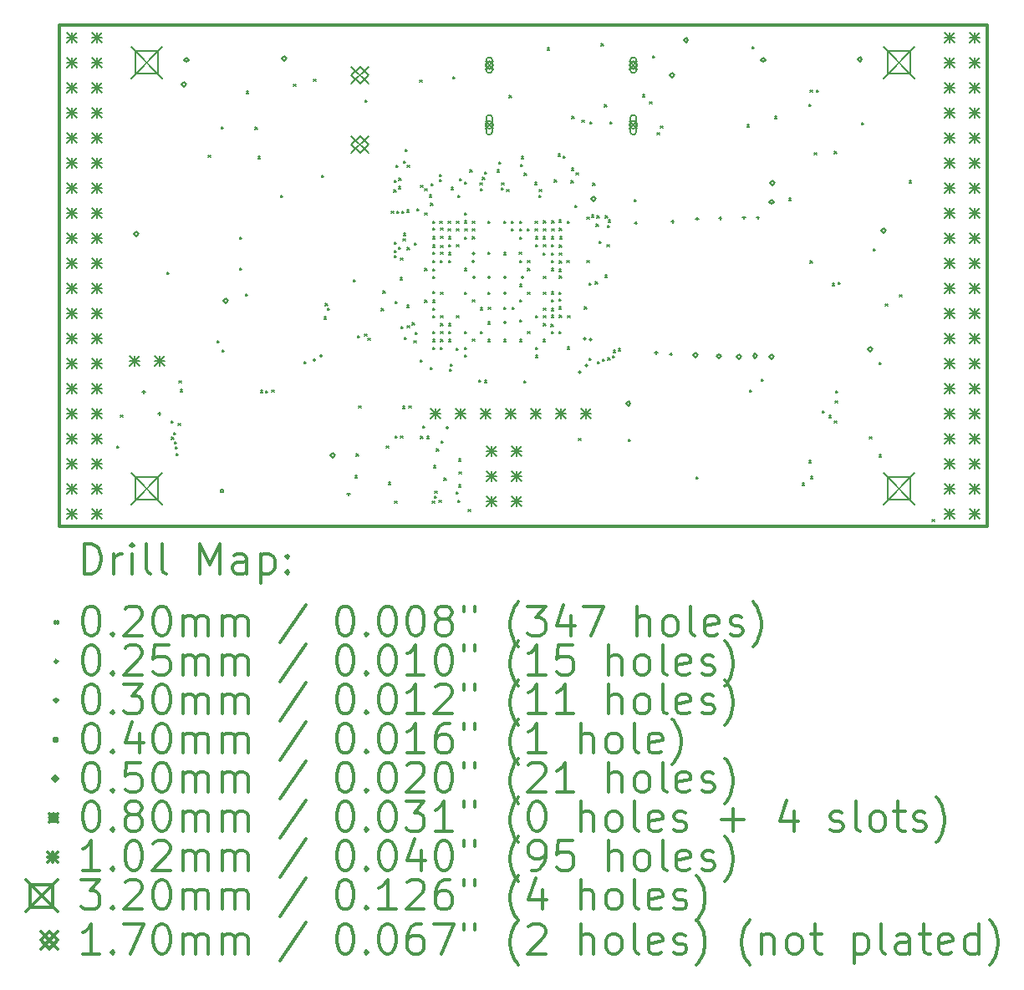
<source format=gbr>
%FSLAX45Y45*%
G04 Gerber Fmt 4.5, Leading zero omitted, Abs format (unit mm)*
G04 Created by KiCad (PCBNEW 4.0.7+dfsg1-1) date Mon Dec 11 16:34:12 2017*
%MOMM*%
%LPD*%
G01*
G04 APERTURE LIST*
%ADD10C,0.127000*%
%ADD11C,0.300000*%
%ADD12C,0.200000*%
G04 APERTURE END LIST*
D10*
D11*
X9410000Y-6142000D02*
X9410000Y-11222000D01*
X18808000Y-6142000D02*
X9410000Y-6142000D01*
X18808000Y-11222000D02*
X18808000Y-6142000D01*
X9410000Y-11222000D02*
X18808000Y-11222000D01*
D12*
X9998000Y-10410000D02*
X10018000Y-10430000D01*
X10018000Y-10410000D02*
X9998000Y-10430000D01*
X10035000Y-10094400D02*
X10055000Y-10114400D01*
X10055000Y-10094400D02*
X10035000Y-10114400D01*
X10506027Y-8651083D02*
X10526027Y-8671083D01*
X10526027Y-8651083D02*
X10506027Y-8671083D01*
X10547276Y-10156132D02*
X10567276Y-10176132D01*
X10567276Y-10156132D02*
X10547276Y-10176132D01*
X10552725Y-10321224D02*
X10572725Y-10341224D01*
X10572725Y-10321224D02*
X10552725Y-10341224D01*
X10571376Y-10271934D02*
X10591376Y-10291934D01*
X10591376Y-10271934D02*
X10571376Y-10291934D01*
X10579560Y-10366582D02*
X10599560Y-10386582D01*
X10599560Y-10366582D02*
X10579560Y-10386582D01*
X10589272Y-10418380D02*
X10609272Y-10438380D01*
X10609272Y-10418380D02*
X10589272Y-10438380D01*
X10598875Y-10487404D02*
X10618875Y-10507404D01*
X10618875Y-10487404D02*
X10598875Y-10507404D01*
X10617613Y-10179347D02*
X10637613Y-10199347D01*
X10637613Y-10179347D02*
X10617613Y-10199347D01*
X10626851Y-9749810D02*
X10646851Y-9769810D01*
X10646851Y-9749810D02*
X10626851Y-9769810D01*
X10637720Y-9838777D02*
X10657720Y-9858777D01*
X10657720Y-9838777D02*
X10637720Y-9858777D01*
X10922380Y-7460622D02*
X10942380Y-7480622D01*
X10942380Y-7460622D02*
X10922380Y-7480622D01*
X11014904Y-9343377D02*
X11034904Y-9363377D01*
X11034904Y-9343377D02*
X11014904Y-9363377D01*
X11053250Y-7177763D02*
X11073250Y-7197763D01*
X11073250Y-7177763D02*
X11053250Y-7197763D01*
X11061873Y-9435178D02*
X11081873Y-9455178D01*
X11081873Y-9435178D02*
X11061873Y-9455178D01*
X11241500Y-8291000D02*
X11261500Y-8311000D01*
X11261500Y-8291000D02*
X11241500Y-8311000D01*
X11241500Y-8608500D02*
X11261500Y-8628500D01*
X11261500Y-8608500D02*
X11241500Y-8628500D01*
X11298000Y-8870000D02*
X11318000Y-8890000D01*
X11318000Y-8870000D02*
X11298000Y-8890000D01*
X11311224Y-6814440D02*
X11331224Y-6834440D01*
X11331224Y-6814440D02*
X11311224Y-6834440D01*
X11397580Y-7180391D02*
X11417580Y-7200391D01*
X11417580Y-7180391D02*
X11397580Y-7200391D01*
X11427151Y-7475952D02*
X11447151Y-7495952D01*
X11447151Y-7475952D02*
X11427151Y-7495952D01*
X11450432Y-9847368D02*
X11470432Y-9867368D01*
X11470432Y-9847368D02*
X11450432Y-9867368D01*
X11504932Y-9852549D02*
X11524932Y-9872549D01*
X11524932Y-9852549D02*
X11504932Y-9872549D01*
X11565982Y-9840204D02*
X11585982Y-9860204D01*
X11585982Y-9840204D02*
X11565982Y-9860204D01*
X11655434Y-7867799D02*
X11675434Y-7887799D01*
X11675434Y-7867799D02*
X11655434Y-7887799D01*
X11787600Y-6741600D02*
X11807600Y-6761600D01*
X11807600Y-6741600D02*
X11787600Y-6761600D01*
X11890851Y-9556294D02*
X11910851Y-9576294D01*
X11910851Y-9556294D02*
X11890851Y-9576294D01*
X11990800Y-6690800D02*
X12010800Y-6710800D01*
X12010800Y-6690800D02*
X11990800Y-6710800D01*
X12073455Y-7667909D02*
X12093455Y-7687909D01*
X12093455Y-7667909D02*
X12073455Y-7687909D01*
X12094120Y-9102507D02*
X12114120Y-9122507D01*
X12114120Y-9102507D02*
X12094120Y-9122507D01*
X12110622Y-8966255D02*
X12130622Y-8986255D01*
X12130622Y-8966255D02*
X12110622Y-8986255D01*
X12130195Y-9015187D02*
X12150195Y-9035187D01*
X12150195Y-9015187D02*
X12130195Y-9035187D01*
X12392771Y-8724771D02*
X12412771Y-8744771D01*
X12412771Y-8724771D02*
X12392771Y-8744771D01*
X12392771Y-8724771D02*
X12412771Y-8744771D01*
X12412771Y-8724771D02*
X12392771Y-8744771D01*
X12410242Y-10710764D02*
X12430242Y-10730764D01*
X12430242Y-10710764D02*
X12410242Y-10730764D01*
X12422957Y-10489495D02*
X12442957Y-10509495D01*
X12442957Y-10489495D02*
X12422957Y-10509495D01*
X12435300Y-9294300D02*
X12455300Y-9314300D01*
X12455300Y-9294300D02*
X12435300Y-9314300D01*
X12448000Y-10005500D02*
X12468000Y-10025500D01*
X12468000Y-10005500D02*
X12448000Y-10025500D01*
X12506739Y-9274152D02*
X12526739Y-9294152D01*
X12526739Y-9274152D02*
X12506739Y-9294152D01*
X12509354Y-6905685D02*
X12529354Y-6925685D01*
X12529354Y-6905685D02*
X12509354Y-6925685D01*
X12539954Y-9315068D02*
X12559954Y-9335068D01*
X12559954Y-9315068D02*
X12539954Y-9335068D01*
X12678001Y-9017611D02*
X12698001Y-9037611D01*
X12698001Y-9017611D02*
X12678001Y-9037611D01*
X12694005Y-8838107D02*
X12714005Y-8858107D01*
X12714005Y-8838107D02*
X12694005Y-8858107D01*
X12728568Y-10410367D02*
X12748568Y-10430367D01*
X12748568Y-10410367D02*
X12728568Y-10430367D01*
X12748660Y-10777504D02*
X12768660Y-10797504D01*
X12768660Y-10777504D02*
X12748660Y-10797504D01*
X12778962Y-8030743D02*
X12798962Y-8050743D01*
X12798962Y-8030743D02*
X12778962Y-8050743D01*
X12802557Y-7813365D02*
X12822557Y-7833365D01*
X12822557Y-7813365D02*
X12802557Y-7833365D01*
X12805201Y-7715784D02*
X12825201Y-7735784D01*
X12825201Y-7715784D02*
X12805201Y-7735784D01*
X12806546Y-8342876D02*
X12826546Y-8362876D01*
X12826546Y-8342876D02*
X12806546Y-8362876D01*
X12808331Y-8428074D02*
X12828331Y-8448074D01*
X12828331Y-8428074D02*
X12808331Y-8448074D01*
X12810326Y-8480738D02*
X12830326Y-8500738D01*
X12830326Y-8480738D02*
X12810326Y-8500738D01*
X12811634Y-10966034D02*
X12831634Y-10986034D01*
X12831634Y-10966034D02*
X12811634Y-10986034D01*
X12815144Y-8946421D02*
X12835144Y-8966421D01*
X12835144Y-8946421D02*
X12815144Y-8966421D01*
X12818000Y-10310000D02*
X12838000Y-10330000D01*
X12838000Y-10310000D02*
X12818000Y-10330000D01*
X12823318Y-7566981D02*
X12843318Y-7586981D01*
X12843318Y-7566981D02*
X12823318Y-7586981D01*
X12831658Y-8029985D02*
X12851658Y-8049985D01*
X12851658Y-8029985D02*
X12831658Y-8049985D01*
X12849054Y-7779404D02*
X12869054Y-7799404D01*
X12869054Y-7779404D02*
X12849054Y-7799404D01*
X12851077Y-8397249D02*
X12871077Y-8417249D01*
X12871077Y-8397249D02*
X12851077Y-8417249D01*
X12854493Y-7695003D02*
X12874493Y-7715003D01*
X12874493Y-7695003D02*
X12854493Y-7715003D01*
X12867665Y-8703514D02*
X12887665Y-8723514D01*
X12887665Y-8703514D02*
X12867665Y-8723514D01*
X12870682Y-10308590D02*
X12890682Y-10328590D01*
X12890682Y-10308590D02*
X12870682Y-10328590D01*
X12872311Y-8505356D02*
X12892311Y-8525356D01*
X12892311Y-8505356D02*
X12872311Y-8525356D01*
X12877965Y-9201104D02*
X12897965Y-9221104D01*
X12897965Y-9201104D02*
X12877965Y-9221104D01*
X12884359Y-8029973D02*
X12904359Y-8049973D01*
X12904359Y-8029973D02*
X12884359Y-8049973D01*
X12890520Y-10007480D02*
X12910520Y-10027480D01*
X12910520Y-10007480D02*
X12890520Y-10027480D01*
X12895438Y-8307924D02*
X12915438Y-8327924D01*
X12915438Y-8307924D02*
X12895438Y-8327924D01*
X12900909Y-8255507D02*
X12920909Y-8275507D01*
X12920909Y-8255507D02*
X12900909Y-8275507D01*
X12902508Y-7521580D02*
X12922508Y-7541580D01*
X12922508Y-7521580D02*
X12902508Y-7541580D01*
X12909665Y-9310913D02*
X12929665Y-9330913D01*
X12929665Y-9310913D02*
X12909665Y-9330913D01*
X12915222Y-7404246D02*
X12935222Y-7424246D01*
X12935222Y-7404246D02*
X12915222Y-7424246D01*
X12934924Y-8982695D02*
X12954924Y-9002695D01*
X12954924Y-8982695D02*
X12934924Y-9002695D01*
X12935799Y-8018511D02*
X12955799Y-8038511D01*
X12955799Y-8018511D02*
X12935799Y-8038511D01*
X12937785Y-9190082D02*
X12957785Y-9210082D01*
X12957785Y-9190082D02*
X12937785Y-9210082D01*
X12938767Y-8397993D02*
X12958767Y-8417993D01*
X12958767Y-8397993D02*
X12938767Y-8417993D01*
X12939334Y-7563781D02*
X12959334Y-7583781D01*
X12959334Y-7563781D02*
X12939334Y-7583781D01*
X12956000Y-10005500D02*
X12976000Y-10025500D01*
X12976000Y-10005500D02*
X12956000Y-10025500D01*
X12988816Y-9162200D02*
X13008816Y-9182200D01*
X13008816Y-9162200D02*
X12988816Y-9182200D01*
X13007140Y-9344434D02*
X13027140Y-9364434D01*
X13027140Y-9344434D02*
X13007140Y-9364434D01*
X13010463Y-8349948D02*
X13030463Y-8369948D01*
X13030463Y-8349948D02*
X13010463Y-8369948D01*
X13020226Y-9260033D02*
X13040226Y-9280033D01*
X13040226Y-9260033D02*
X13020226Y-9280033D01*
X13038990Y-8006723D02*
X13058990Y-8026723D01*
X13058990Y-8006723D02*
X13038990Y-8026723D01*
X13066199Y-6701962D02*
X13086199Y-6721962D01*
X13086199Y-6701962D02*
X13066199Y-6721962D01*
X13070707Y-9535414D02*
X13090707Y-9555414D01*
X13090707Y-9535414D02*
X13070707Y-9555414D01*
X13073949Y-10310829D02*
X13093949Y-10330829D01*
X13093949Y-10310829D02*
X13073949Y-10330829D01*
X13075683Y-7768682D02*
X13095683Y-7788682D01*
X13095683Y-7768682D02*
X13075683Y-7788682D01*
X13093907Y-10208700D02*
X13113907Y-10228700D01*
X13113907Y-10208700D02*
X13093907Y-10228700D01*
X13115313Y-7803422D02*
X13135313Y-7823422D01*
X13135313Y-7803422D02*
X13115313Y-7823422D01*
X13117530Y-8049575D02*
X13137530Y-8069575D01*
X13137530Y-8049575D02*
X13117530Y-8069575D01*
X13117831Y-8611310D02*
X13137831Y-8631310D01*
X13137831Y-8611310D02*
X13117831Y-8631310D01*
X13117950Y-8930733D02*
X13137950Y-8950733D01*
X13137950Y-8930733D02*
X13117950Y-8950733D01*
X13135385Y-10310829D02*
X13155385Y-10330829D01*
X13155385Y-10310829D02*
X13135385Y-10330829D01*
X13160933Y-7864587D02*
X13180933Y-7884587D01*
X13180933Y-7864587D02*
X13160933Y-7884587D01*
X13170890Y-9612737D02*
X13190890Y-9632737D01*
X13190890Y-9612737D02*
X13170890Y-9632737D01*
X13174731Y-7948989D02*
X13194731Y-7968989D01*
X13194731Y-7948989D02*
X13174731Y-7968989D01*
X13182329Y-7748485D02*
X13202329Y-7768485D01*
X13202329Y-7748485D02*
X13182329Y-7768485D01*
X13192441Y-10966678D02*
X13212441Y-10986678D01*
X13212441Y-10966678D02*
X13192441Y-10986678D01*
X13196210Y-8443398D02*
X13216210Y-8463398D01*
X13216210Y-8443398D02*
X13196210Y-8463398D01*
X13197298Y-8527799D02*
X13217298Y-8547799D01*
X13217298Y-8527799D02*
X13197298Y-8547799D01*
X13197562Y-8931064D02*
X13217562Y-8951064D01*
X13217562Y-8931064D02*
X13197562Y-8951064D01*
X13197765Y-9087799D02*
X13217765Y-9107799D01*
X13217765Y-9087799D02*
X13197765Y-9107799D01*
X13197902Y-8288404D02*
X13217902Y-8308404D01*
X13217902Y-8288404D02*
X13197902Y-8308404D01*
X13198000Y-8130000D02*
X13218000Y-8150000D01*
X13218000Y-8130000D02*
X13198000Y-8150000D01*
X13198000Y-8690000D02*
X13218000Y-8710000D01*
X13218000Y-8690000D02*
X13198000Y-8710000D01*
X13198000Y-9250000D02*
X13218000Y-9270000D01*
X13218000Y-9250000D02*
X13198000Y-9270000D01*
X13198000Y-9330000D02*
X13218000Y-9350000D01*
X13218000Y-9330000D02*
X13198000Y-9350000D01*
X13198000Y-9410000D02*
X13218000Y-9430000D01*
X13218000Y-9410000D02*
X13198000Y-9430000D01*
X13198001Y-8200333D02*
X13218001Y-8220333D01*
X13218001Y-8200333D02*
X13198001Y-8220333D01*
X13198296Y-9011078D02*
X13218296Y-9031078D01*
X13218296Y-9011078D02*
X13198296Y-9031078D01*
X13198303Y-8616041D02*
X13218303Y-8636041D01*
X13218303Y-8616041D02*
X13198303Y-8636041D01*
X13198368Y-8372806D02*
X13218368Y-8392806D01*
X13218368Y-8372806D02*
X13198368Y-8392806D01*
X13198405Y-8845827D02*
X13218405Y-8865827D01*
X13218405Y-8845827D02*
X13198405Y-8865827D01*
X13206286Y-10608587D02*
X13226286Y-10628587D01*
X13226286Y-10608587D02*
X13206286Y-10628587D01*
X13211973Y-10917729D02*
X13231973Y-10937729D01*
X13231973Y-10917729D02*
X13211973Y-10937729D01*
X13218587Y-10865445D02*
X13238587Y-10885445D01*
X13238587Y-10865445D02*
X13218587Y-10885445D01*
X13236800Y-10440341D02*
X13256800Y-10460341D01*
X13256800Y-10440341D02*
X13236800Y-10460341D01*
X13260800Y-10958000D02*
X13280800Y-10978000D01*
X13280800Y-10958000D02*
X13260800Y-10978000D01*
X13263724Y-7657621D02*
X13283724Y-7677621D01*
X13283724Y-7657621D02*
X13263724Y-7677621D01*
X13266117Y-7710267D02*
X13286117Y-7730267D01*
X13286117Y-7710267D02*
X13266117Y-7730267D01*
X13268334Y-8130000D02*
X13288334Y-8150000D01*
X13288334Y-8130000D02*
X13268334Y-8150000D01*
X13273464Y-8527799D02*
X13293464Y-8547799D01*
X13293464Y-8527799D02*
X13273464Y-8547799D01*
X13274623Y-9409707D02*
X13294623Y-9429707D01*
X13294623Y-9409707D02*
X13274623Y-9429707D01*
X13276300Y-8202454D02*
X13296300Y-8222454D01*
X13296300Y-8202454D02*
X13276300Y-8222454D01*
X13277177Y-8443398D02*
X13297177Y-8463398D01*
X13297177Y-8443398D02*
X13277177Y-8463398D01*
X13277261Y-8286855D02*
X13297261Y-8306855D01*
X13297261Y-8286855D02*
X13277261Y-8306855D01*
X13278000Y-8850000D02*
X13298000Y-8870000D01*
X13298000Y-8850000D02*
X13278000Y-8870000D01*
X13278000Y-9090000D02*
X13298000Y-9110000D01*
X13298000Y-9090000D02*
X13278000Y-9110000D01*
X13278000Y-9170000D02*
X13298000Y-9190000D01*
X13298000Y-9170000D02*
X13278000Y-9190000D01*
X13278000Y-9250000D02*
X13298000Y-9270000D01*
X13298000Y-9250000D02*
X13278000Y-9270000D01*
X13278000Y-9330000D02*
X13298000Y-9350000D01*
X13298000Y-9330000D02*
X13278000Y-9350000D01*
X13278089Y-8379783D02*
X13298089Y-8399784D01*
X13298089Y-8379783D02*
X13278089Y-8399784D01*
X13283696Y-10361100D02*
X13303696Y-10381100D01*
X13303696Y-10361100D02*
X13283696Y-10381100D01*
X13311600Y-10736500D02*
X13331600Y-10756500D01*
X13331600Y-10736500D02*
X13311600Y-10756500D01*
X13352736Y-8131468D02*
X13372736Y-8151468D01*
X13372736Y-8131468D02*
X13352736Y-8151468D01*
X13354839Y-8209060D02*
X13374839Y-8229060D01*
X13374839Y-8209060D02*
X13354839Y-8229060D01*
X13357194Y-8449520D02*
X13377194Y-8469520D01*
X13377194Y-8449520D02*
X13357194Y-8469520D01*
X13358000Y-8290000D02*
X13378000Y-8310000D01*
X13378000Y-8290000D02*
X13358000Y-8310000D01*
X13358000Y-8370000D02*
X13378000Y-8390000D01*
X13378000Y-8370000D02*
X13358000Y-8390000D01*
X13358000Y-8530000D02*
X13378000Y-8550000D01*
X13378000Y-8530000D02*
X13358000Y-8550000D01*
X13358000Y-9170000D02*
X13378000Y-9190000D01*
X13378000Y-9170000D02*
X13358000Y-9190000D01*
X13358000Y-9250000D02*
X13378000Y-9270000D01*
X13378000Y-9250000D02*
X13358000Y-9270000D01*
X13358548Y-9330230D02*
X13378548Y-9350230D01*
X13378548Y-9330230D02*
X13358548Y-9350230D01*
X13366285Y-9629515D02*
X13386285Y-9649515D01*
X13386285Y-9629515D02*
X13366285Y-9649515D01*
X13375239Y-9577580D02*
X13395239Y-9597580D01*
X13395239Y-9577580D02*
X13375239Y-9597580D01*
X13384238Y-7788077D02*
X13404238Y-7808077D01*
X13404238Y-7788077D02*
X13384238Y-7808077D01*
X13397916Y-6668615D02*
X13417916Y-6688615D01*
X13417916Y-6668615D02*
X13397916Y-6688615D01*
X13435582Y-9416717D02*
X13455582Y-9436717D01*
X13455582Y-9416717D02*
X13435582Y-9436717D01*
X13436400Y-10874197D02*
X13456400Y-10894197D01*
X13456400Y-10874197D02*
X13436400Y-10894197D01*
X13437137Y-8130675D02*
X13457137Y-8150675D01*
X13457137Y-8130675D02*
X13437137Y-8150675D01*
X13437651Y-8208015D02*
X13457651Y-8228015D01*
X13457651Y-8208015D02*
X13437651Y-8228015D01*
X13438000Y-8370000D02*
X13458000Y-8390000D01*
X13458000Y-8370000D02*
X13438000Y-8390000D01*
X13438000Y-9090000D02*
X13458000Y-9110000D01*
X13458000Y-9090000D02*
X13438000Y-9110000D01*
X13451300Y-7871900D02*
X13471300Y-7891900D01*
X13471300Y-7871900D02*
X13451300Y-7891900D01*
X13453687Y-10961995D02*
X13473687Y-10981995D01*
X13473687Y-10961995D02*
X13453687Y-10981995D01*
X13457587Y-10803159D02*
X13477587Y-10823159D01*
X13477587Y-10803159D02*
X13457587Y-10823159D01*
X13460735Y-10540845D02*
X13480735Y-10560845D01*
X13480735Y-10540845D02*
X13460735Y-10560845D01*
X13465065Y-10671051D02*
X13485065Y-10691051D01*
X13485065Y-10671051D02*
X13465065Y-10691051D01*
X13465805Y-7703014D02*
X13485805Y-7723014D01*
X13485805Y-7703014D02*
X13465805Y-7723014D01*
X13517331Y-8851860D02*
X13537331Y-8871860D01*
X13537331Y-8851860D02*
X13517331Y-8871860D01*
X13518000Y-8292201D02*
X13538000Y-8312201D01*
X13538000Y-8292201D02*
X13518000Y-8312201D01*
X13518000Y-8610000D02*
X13538000Y-8630000D01*
X13538000Y-8610000D02*
X13518000Y-8630000D01*
X13518000Y-9250000D02*
X13538000Y-9270000D01*
X13538000Y-9250000D02*
X13518000Y-9270000D01*
X13518006Y-7736330D02*
X13538006Y-7756330D01*
X13538006Y-7736330D02*
X13518006Y-7756330D01*
X13518128Y-8048312D02*
X13538128Y-8068312D01*
X13538128Y-8048312D02*
X13518128Y-8068312D01*
X13518463Y-9488530D02*
X13538463Y-9508530D01*
X13538463Y-9488530D02*
X13518463Y-9508530D01*
X13518862Y-9412562D02*
X13538862Y-9432562D01*
X13538862Y-9412562D02*
X13518862Y-9432562D01*
X13521538Y-8129192D02*
X13541538Y-8149192D01*
X13541538Y-8129192D02*
X13521538Y-8149192D01*
X13522052Y-8209644D02*
X13542052Y-8229644D01*
X13542052Y-8209644D02*
X13522052Y-8229644D01*
X13555656Y-11051071D02*
X13575656Y-11071071D01*
X13575656Y-11051071D02*
X13555656Y-11071071D01*
X13573070Y-7610061D02*
X13593070Y-7630061D01*
X13593070Y-7610061D02*
X13573070Y-7630061D01*
X13598000Y-8210000D02*
X13618000Y-8230000D01*
X13618000Y-8210000D02*
X13598000Y-8230000D01*
X13598000Y-8290000D02*
X13618000Y-8310000D01*
X13618000Y-8290000D02*
X13598000Y-8310000D01*
X13598517Y-8929483D02*
X13618517Y-8949483D01*
X13618517Y-8929483D02*
X13598517Y-8949483D01*
X13599596Y-9326965D02*
X13619596Y-9346965D01*
X13619596Y-9326965D02*
X13599596Y-9346965D01*
X13599639Y-8129507D02*
X13619639Y-8149507D01*
X13619639Y-8129507D02*
X13599639Y-8149507D01*
X13664090Y-9741450D02*
X13684090Y-9761450D01*
X13684090Y-9741450D02*
X13664090Y-9761450D01*
X13675954Y-7745082D02*
X13695954Y-7765082D01*
X13695954Y-7745082D02*
X13675954Y-7765082D01*
X13678000Y-9250000D02*
X13698000Y-9270000D01*
X13698000Y-9250000D02*
X13678000Y-9270000D01*
X13678517Y-9009483D02*
X13698517Y-9029483D01*
X13698517Y-9009483D02*
X13678517Y-9029483D01*
X13682206Y-7799789D02*
X13702206Y-7819789D01*
X13702206Y-7799789D02*
X13682206Y-7819789D01*
X13700695Y-7687992D02*
X13720695Y-7707992D01*
X13720695Y-7687992D02*
X13700695Y-7707992D01*
X13719559Y-9743802D02*
X13739559Y-9763802D01*
X13739559Y-9743802D02*
X13719559Y-9763802D01*
X13720873Y-7631502D02*
X13740873Y-7651502D01*
X13740873Y-7631502D02*
X13720873Y-7651502D01*
X13755905Y-9153803D02*
X13775905Y-9173803D01*
X13775905Y-9153803D02*
X13755905Y-9173803D01*
X13758000Y-8130000D02*
X13778000Y-8150000D01*
X13778000Y-8130000D02*
X13758000Y-8150000D01*
X13758000Y-8850000D02*
X13778000Y-8870000D01*
X13778000Y-8850000D02*
X13758000Y-8870000D01*
X13758000Y-9330000D02*
X13778000Y-9350000D01*
X13778000Y-9330000D02*
X13758000Y-9350000D01*
X13758056Y-8443409D02*
X13778056Y-8463409D01*
X13778056Y-8443409D02*
X13758056Y-8463409D01*
X13758900Y-9002299D02*
X13778900Y-9022299D01*
X13778900Y-9002299D02*
X13758900Y-9022299D01*
X13848000Y-7610000D02*
X13868000Y-7630000D01*
X13868000Y-7610000D02*
X13848000Y-7630000D01*
X13867920Y-7530076D02*
X13887920Y-7550076D01*
X13887920Y-7530076D02*
X13867920Y-7550076D01*
X13893411Y-7794095D02*
X13913411Y-7814095D01*
X13913411Y-7794095D02*
X13893411Y-7814095D01*
X13894675Y-7741409D02*
X13914675Y-7761409D01*
X13914675Y-7741409D02*
X13894675Y-7761409D01*
X13917252Y-8451135D02*
X13937252Y-8471135D01*
X13937252Y-8451135D02*
X13917252Y-8471135D01*
X13918000Y-8130000D02*
X13938000Y-8150000D01*
X13938000Y-8130000D02*
X13918000Y-8150000D01*
X13918000Y-9002299D02*
X13938000Y-9022299D01*
X13938000Y-9002299D02*
X13918000Y-9022299D01*
X13918000Y-9330000D02*
X13938000Y-9350000D01*
X13938000Y-9330000D02*
X13918000Y-9350000D01*
X13947862Y-7810586D02*
X13967862Y-7830586D01*
X13967862Y-7810586D02*
X13947862Y-7830586D01*
X13972000Y-6856567D02*
X13992000Y-6876567D01*
X13992000Y-6856567D02*
X13972000Y-6876567D01*
X13993095Y-8210000D02*
X14013095Y-8230000D01*
X14013095Y-8210000D02*
X13993095Y-8230000D01*
X13993599Y-8130000D02*
X14013599Y-8150000D01*
X14013599Y-8130000D02*
X13993599Y-8150000D01*
X13999489Y-9002299D02*
X14019489Y-9022299D01*
X14019489Y-9002299D02*
X13999489Y-9022299D01*
X14073600Y-8443400D02*
X14093600Y-8463400D01*
X14093600Y-8443400D02*
X14073600Y-8463400D01*
X14076403Y-8294140D02*
X14096403Y-8314140D01*
X14096403Y-8294140D02*
X14076403Y-8314140D01*
X14077419Y-9133335D02*
X14097419Y-9153335D01*
X14097419Y-9133335D02*
X14077419Y-9153335D01*
X14077497Y-8207716D02*
X14097497Y-8227716D01*
X14097497Y-8207716D02*
X14077497Y-8227716D01*
X14078000Y-8130000D02*
X14098000Y-8150000D01*
X14098000Y-8130000D02*
X14078000Y-8150000D01*
X14078000Y-8530000D02*
X14098000Y-8550000D01*
X14098000Y-8530000D02*
X14078000Y-8550000D01*
X14078000Y-8770000D02*
X14098000Y-8790000D01*
X14098000Y-8770000D02*
X14078000Y-8790000D01*
X14078000Y-8930000D02*
X14098000Y-8950000D01*
X14098000Y-8930000D02*
X14078000Y-8950000D01*
X14078000Y-9330000D02*
X14098000Y-9350000D01*
X14098000Y-9330000D02*
X14078000Y-9350000D01*
X14088006Y-7558194D02*
X14108006Y-7578194D01*
X14108006Y-7558194D02*
X14088006Y-7578194D01*
X14094664Y-7477380D02*
X14114664Y-7497380D01*
X14114664Y-7477380D02*
X14094664Y-7497380D01*
X14118000Y-9750000D02*
X14138000Y-9770000D01*
X14138000Y-9750000D02*
X14118000Y-9770000D01*
X14124297Y-7645500D02*
X14144297Y-7665500D01*
X14144297Y-7645500D02*
X14124297Y-7665500D01*
X14156269Y-8210778D02*
X14176269Y-8230778D01*
X14176269Y-8210778D02*
X14156269Y-8230778D01*
X14158000Y-8530000D02*
X14178000Y-8550000D01*
X14178000Y-8530000D02*
X14158000Y-8550000D01*
X14158000Y-8610000D02*
X14178000Y-8630000D01*
X14178000Y-8610000D02*
X14158000Y-8630000D01*
X14158000Y-8850000D02*
X14178000Y-8870000D01*
X14178000Y-8850000D02*
X14158000Y-8870000D01*
X14158000Y-9250000D02*
X14178000Y-9270000D01*
X14178000Y-9250000D02*
X14158000Y-9270000D01*
X14227745Y-7739745D02*
X14247745Y-7759745D01*
X14247745Y-7739745D02*
X14227745Y-7759745D01*
X14233746Y-8208147D02*
X14253746Y-8228147D01*
X14253746Y-8208147D02*
X14233746Y-8228147D01*
X14235691Y-8130580D02*
X14255691Y-8150580D01*
X14255691Y-8130580D02*
X14235691Y-8150580D01*
X14237355Y-8289891D02*
X14257355Y-8309891D01*
X14257355Y-8289891D02*
X14237355Y-8309891D01*
X14238000Y-8370000D02*
X14258000Y-8390000D01*
X14258000Y-8370000D02*
X14238000Y-8390000D01*
X14238000Y-9090000D02*
X14258000Y-9110000D01*
X14258000Y-9090000D02*
X14238000Y-9110000D01*
X14238000Y-9410000D02*
X14258000Y-9430000D01*
X14258000Y-9410000D02*
X14238000Y-9430000D01*
X14238000Y-9490000D02*
X14258000Y-9510000D01*
X14258000Y-9490000D02*
X14238000Y-9510000D01*
X14274121Y-7868425D02*
X14294121Y-7888425D01*
X14294121Y-7868425D02*
X14274121Y-7888425D01*
X14276427Y-7811737D02*
X14296427Y-7831737D01*
X14296427Y-7811737D02*
X14276427Y-7831737D01*
X14315799Y-8290000D02*
X14335799Y-8310000D01*
X14335799Y-8290000D02*
X14315799Y-8310000D01*
X14316000Y-8452000D02*
X14336000Y-8472000D01*
X14336000Y-8452000D02*
X14316000Y-8472000D01*
X14316969Y-9331491D02*
X14336969Y-9351491D01*
X14336969Y-9331491D02*
X14316969Y-9351491D01*
X14317803Y-8849503D02*
X14337803Y-8869503D01*
X14337803Y-8849503D02*
X14317803Y-8869503D01*
X14318000Y-8370000D02*
X14338000Y-8390000D01*
X14338000Y-8370000D02*
X14318000Y-8390000D01*
X14318000Y-8690000D02*
X14338000Y-8710000D01*
X14338000Y-8690000D02*
X14318000Y-8710000D01*
X14318000Y-9090000D02*
X14338000Y-9110000D01*
X14338000Y-9090000D02*
X14318000Y-9110000D01*
X14318000Y-9170000D02*
X14338000Y-9190000D01*
X14338000Y-9170000D02*
X14318000Y-9190000D01*
X14318147Y-8210607D02*
X14338147Y-8230607D01*
X14338147Y-8210607D02*
X14318147Y-8230607D01*
X14318182Y-9010195D02*
X14338182Y-9030195D01*
X14338182Y-9010195D02*
X14318182Y-9030195D01*
X14320092Y-8127729D02*
X14340092Y-8147729D01*
X14340092Y-8127729D02*
X14320092Y-8147729D01*
X14355067Y-6376252D02*
X14375067Y-6396252D01*
X14375067Y-6376252D02*
X14355067Y-6396252D01*
X14396483Y-9177765D02*
X14416483Y-9197765D01*
X14416483Y-9177765D02*
X14396483Y-9197765D01*
X14397624Y-8929530D02*
X14417624Y-8949530D01*
X14417624Y-8929530D02*
X14397624Y-8949530D01*
X14397701Y-9016697D02*
X14417701Y-9036697D01*
X14417701Y-9016697D02*
X14397701Y-9036697D01*
X14398000Y-8610000D02*
X14418000Y-8630000D01*
X14418000Y-8610000D02*
X14398000Y-8630000D01*
X14398000Y-9085650D02*
X14418000Y-9105650D01*
X14418000Y-9085650D02*
X14398000Y-9105650D01*
X14398283Y-8848451D02*
X14418283Y-8868451D01*
X14418283Y-8848451D02*
X14398283Y-8868451D01*
X14400201Y-8290000D02*
X14420201Y-8310000D01*
X14420201Y-8290000D02*
X14400201Y-8310000D01*
X14400201Y-8529722D02*
X14420201Y-8549722D01*
X14420201Y-8529722D02*
X14400201Y-8549722D01*
X14400319Y-8367799D02*
X14420319Y-8387799D01*
X14420319Y-8367799D02*
X14400319Y-8387799D01*
X14400350Y-8456040D02*
X14420350Y-8476040D01*
X14420350Y-8456040D02*
X14400350Y-8476040D01*
X14401325Y-9248876D02*
X14421325Y-9268876D01*
X14421325Y-9248876D02*
X14401325Y-9268876D01*
X14402549Y-8208647D02*
X14422549Y-8228647D01*
X14422549Y-8208647D02*
X14402549Y-8228647D01*
X14404493Y-8128708D02*
X14424493Y-8148708D01*
X14424493Y-8128708D02*
X14404493Y-8148708D01*
X14429487Y-7711993D02*
X14449487Y-7731993D01*
X14449487Y-7711993D02*
X14429487Y-7731993D01*
X14468000Y-7449038D02*
X14488000Y-7469038D01*
X14488000Y-7449038D02*
X14468000Y-7469038D01*
X14475581Y-8916848D02*
X14495581Y-8936848D01*
X14495581Y-8916848D02*
X14475581Y-8936848D01*
X14476724Y-9001248D02*
X14496724Y-9021248D01*
X14496724Y-9001248D02*
X14476724Y-9021248D01*
X14477515Y-8619275D02*
X14497515Y-8639275D01*
X14497515Y-8619275D02*
X14477515Y-8639275D01*
X14477765Y-8852201D02*
X14497765Y-8872201D01*
X14497765Y-8852201D02*
X14477765Y-8872201D01*
X14478001Y-8120333D02*
X14498001Y-8140333D01*
X14498001Y-8120333D02*
X14478001Y-8140333D01*
X14478235Y-9247799D02*
X14498235Y-9267799D01*
X14498235Y-9247799D02*
X14478235Y-9267799D01*
X14478812Y-8204734D02*
X14498812Y-8224734D01*
X14498812Y-8204734D02*
X14478812Y-8224734D01*
X14478935Y-8534874D02*
X14498935Y-8554874D01*
X14498935Y-8534874D02*
X14478935Y-8554874D01*
X14479432Y-8687756D02*
X14499432Y-8707756D01*
X14499432Y-8687756D02*
X14479432Y-8707756D01*
X14479670Y-8373537D02*
X14499670Y-8393537D01*
X14499670Y-8373537D02*
X14479670Y-8393537D01*
X14480294Y-9085650D02*
X14500294Y-9105650D01*
X14500294Y-9085650D02*
X14480294Y-9105650D01*
X14481241Y-8453582D02*
X14501241Y-8473582D01*
X14501241Y-8453582D02*
X14481241Y-8473582D01*
X14481689Y-8289136D02*
X14501689Y-8309136D01*
X14501689Y-8289136D02*
X14481689Y-8309136D01*
X14515569Y-7471722D02*
X14535569Y-7491722D01*
X14535569Y-7471722D02*
X14515569Y-7491722D01*
X14557281Y-8529606D02*
X14577281Y-8549606D01*
X14577281Y-8529606D02*
X14557281Y-8549606D01*
X14558000Y-8130512D02*
X14578000Y-8150512D01*
X14578000Y-8130512D02*
X14558000Y-8150512D01*
X14559124Y-9406675D02*
X14579124Y-9426675D01*
X14579124Y-9406675D02*
X14559124Y-9426675D01*
X14565987Y-9091018D02*
X14585987Y-9111018D01*
X14585987Y-9091018D02*
X14565987Y-9111018D01*
X14598908Y-7720057D02*
X14618908Y-7740057D01*
X14618908Y-7720057D02*
X14598908Y-7740057D01*
X14603080Y-7596013D02*
X14623080Y-7616013D01*
X14623080Y-7596013D02*
X14603080Y-7616013D01*
X14608000Y-7070000D02*
X14628000Y-7090000D01*
X14628000Y-7070000D02*
X14608000Y-7090000D01*
X14638141Y-7971938D02*
X14658141Y-7991938D01*
X14658141Y-7971938D02*
X14638141Y-7991938D01*
X14647773Y-7640082D02*
X14667773Y-7660082D01*
X14667773Y-7640082D02*
X14647773Y-7660082D01*
X14674429Y-10335274D02*
X14694429Y-10355274D01*
X14694429Y-10335274D02*
X14674429Y-10355274D01*
X14708600Y-7110000D02*
X14728600Y-7130000D01*
X14728600Y-7110000D02*
X14708600Y-7130000D01*
X14733095Y-9001248D02*
X14753095Y-9021248D01*
X14753095Y-9001248D02*
X14733095Y-9021248D01*
X14758739Y-8527409D02*
X14778739Y-8547409D01*
X14778739Y-8527409D02*
X14758739Y-8547409D01*
X14758831Y-8088311D02*
X14778831Y-8108311D01*
X14778831Y-8088311D02*
X14758831Y-8108311D01*
X14781079Y-8758342D02*
X14801079Y-8778342D01*
X14801079Y-8758342D02*
X14781079Y-8778342D01*
X14782793Y-9522924D02*
X14802793Y-9542924D01*
X14802793Y-9522924D02*
X14782793Y-9542924D01*
X14788315Y-7124708D02*
X14808315Y-7144708D01*
X14808315Y-7124708D02*
X14788315Y-7144708D01*
X14807525Y-8068155D02*
X14827525Y-8088155D01*
X14827525Y-8068155D02*
X14807525Y-8088155D01*
X14817193Y-7745807D02*
X14837193Y-7765807D01*
X14837193Y-7745807D02*
X14817193Y-7765807D01*
X14844066Y-8744722D02*
X14864066Y-8764722D01*
X14864066Y-8744722D02*
X14844066Y-8764722D01*
X14851066Y-8160586D02*
X14871066Y-8180586D01*
X14871066Y-8160586D02*
X14851066Y-8180586D01*
X14859611Y-8076185D02*
X14879611Y-8096185D01*
X14879611Y-8076185D02*
X14859611Y-8096185D01*
X14864798Y-9556963D02*
X14884798Y-9576963D01*
X14884798Y-9556963D02*
X14864798Y-9576963D01*
X14882151Y-8334201D02*
X14902151Y-8354201D01*
X14902151Y-8334201D02*
X14882151Y-8354201D01*
X14903412Y-6332405D02*
X14923412Y-6352405D01*
X14923412Y-6332405D02*
X14903412Y-6352405D01*
X14918439Y-9527799D02*
X14938439Y-9547799D01*
X14938439Y-9527799D02*
X14918439Y-9547799D01*
X14937595Y-6951968D02*
X14957595Y-6971968D01*
X14957595Y-6951968D02*
X14937595Y-6971968D01*
X14943392Y-8677078D02*
X14963392Y-8697078D01*
X14963392Y-8677078D02*
X14943392Y-8697078D01*
X14944975Y-8076843D02*
X14964975Y-8096843D01*
X14964975Y-8076843D02*
X14944975Y-8096843D01*
X14963249Y-8370769D02*
X14983249Y-8390769D01*
X14983249Y-8370769D02*
X14963249Y-8390769D01*
X14967169Y-8172566D02*
X14987169Y-8192566D01*
X14987169Y-8172566D02*
X14967169Y-8192566D01*
X14969589Y-9515108D02*
X14989589Y-9535108D01*
X14989589Y-9515108D02*
X14969589Y-9535108D01*
X14974647Y-8120398D02*
X14994647Y-8140398D01*
X14994647Y-8120398D02*
X14974647Y-8140398D01*
X14993085Y-7123185D02*
X15013085Y-7143185D01*
X15013085Y-7123185D02*
X14993085Y-7143185D01*
X15017890Y-9494025D02*
X15037890Y-9514025D01*
X15037890Y-9494025D02*
X15017890Y-9514025D01*
X15024597Y-9441753D02*
X15044597Y-9461753D01*
X15044597Y-9441753D02*
X15024597Y-9461753D01*
X15078921Y-9423257D02*
X15098921Y-9443257D01*
X15098921Y-9423257D02*
X15078921Y-9443257D01*
X15179638Y-10341072D02*
X15199638Y-10361072D01*
X15199638Y-10341072D02*
X15179638Y-10361072D01*
X15239707Y-7909347D02*
X15259707Y-7929347D01*
X15259707Y-7909347D02*
X15239707Y-7929347D01*
X15319711Y-6850829D02*
X15339711Y-6870829D01*
X15339711Y-6850829D02*
X15319711Y-6870829D01*
X15395230Y-6920230D02*
X15415230Y-6940230D01*
X15415230Y-6920230D02*
X15395230Y-6940230D01*
X15422933Y-6454377D02*
X15442933Y-6474377D01*
X15442933Y-6454377D02*
X15422933Y-6474377D01*
X15469400Y-7232600D02*
X15489400Y-7252600D01*
X15489400Y-7232600D02*
X15469400Y-7252600D01*
X15504936Y-7166453D02*
X15524936Y-7186453D01*
X15524936Y-7166453D02*
X15504936Y-7186453D01*
X15861665Y-10722518D02*
X15881665Y-10742518D01*
X15881665Y-10722518D02*
X15861665Y-10742518D01*
X16380885Y-7155186D02*
X16400885Y-7175186D01*
X16400885Y-7155186D02*
X16380885Y-7175186D01*
X16404456Y-9841173D02*
X16424456Y-9861173D01*
X16424456Y-9841173D02*
X16404456Y-9861173D01*
X16433388Y-6363745D02*
X16453388Y-6383745D01*
X16453388Y-6363745D02*
X16433388Y-6383745D01*
X16524921Y-9732292D02*
X16544921Y-9752292D01*
X16544921Y-9732292D02*
X16524921Y-9752292D01*
X16657891Y-7070355D02*
X16677891Y-7090355D01*
X16677891Y-7070355D02*
X16657891Y-7090355D01*
X16806644Y-7900804D02*
X16826644Y-7920804D01*
X16826644Y-7900804D02*
X16806644Y-7920804D01*
X16940659Y-10785373D02*
X16960659Y-10805373D01*
X16960659Y-10785373D02*
X16940659Y-10805373D01*
X17005773Y-10556635D02*
X17025773Y-10576635D01*
X17025773Y-10556635D02*
X17005773Y-10576635D01*
X17008296Y-6947101D02*
X17028296Y-6967101D01*
X17028296Y-6947101D02*
X17008296Y-6967101D01*
X17020000Y-6805100D02*
X17040000Y-6825100D01*
X17040000Y-6805100D02*
X17020000Y-6825100D01*
X17020954Y-8534153D02*
X17040954Y-8554153D01*
X17040954Y-8534153D02*
X17020954Y-8554153D01*
X17026290Y-10718620D02*
X17046290Y-10738620D01*
X17046290Y-10718620D02*
X17026290Y-10738620D01*
X17063590Y-7436498D02*
X17083590Y-7456498D01*
X17083590Y-7436498D02*
X17063590Y-7456498D01*
X17085000Y-6802556D02*
X17105000Y-6822556D01*
X17105000Y-6802556D02*
X17085000Y-6822556D01*
X17144030Y-10054574D02*
X17164030Y-10074574D01*
X17164030Y-10054574D02*
X17144030Y-10074574D01*
X17209336Y-10100566D02*
X17229336Y-10120566D01*
X17229336Y-10100566D02*
X17209336Y-10120566D01*
X17246454Y-8762201D02*
X17266454Y-8782201D01*
X17266454Y-8762201D02*
X17246454Y-8782201D01*
X17264664Y-7424799D02*
X17284664Y-7444799D01*
X17284664Y-7424799D02*
X17264664Y-7444799D01*
X17266127Y-10155168D02*
X17286127Y-10175168D01*
X17286127Y-10155168D02*
X17266127Y-10175168D01*
X17273463Y-9949992D02*
X17293463Y-9969992D01*
X17293463Y-9949992D02*
X17273463Y-9969992D01*
X17277992Y-9851865D02*
X17297992Y-9871865D01*
X17297992Y-9851865D02*
X17277992Y-9871865D01*
X17303795Y-8749428D02*
X17323795Y-8769428D01*
X17323795Y-8749428D02*
X17303795Y-8769428D01*
X17539563Y-7135743D02*
X17559563Y-7155743D01*
X17559563Y-7135743D02*
X17539563Y-7155743D01*
X17620559Y-10317981D02*
X17640559Y-10337981D01*
X17640559Y-10317981D02*
X17620559Y-10337981D01*
X17660000Y-8412000D02*
X17680000Y-8432000D01*
X17680000Y-8412000D02*
X17660000Y-8432000D01*
X17717400Y-10497912D02*
X17737400Y-10517912D01*
X17737400Y-10497912D02*
X17717400Y-10517912D01*
X17718500Y-9561000D02*
X17738500Y-9581000D01*
X17738500Y-9561000D02*
X17718500Y-9581000D01*
X17782698Y-8971206D02*
X17802698Y-8991206D01*
X17802698Y-8971206D02*
X17782698Y-8991206D01*
X17925151Y-8876833D02*
X17945151Y-8896833D01*
X17945151Y-8876833D02*
X17925151Y-8896833D01*
X18024078Y-7721693D02*
X18044078Y-7741693D01*
X18044078Y-7721693D02*
X18024078Y-7741693D01*
X18257515Y-11153763D02*
X18277515Y-11173763D01*
X18277515Y-11153763D02*
X18257515Y-11173763D01*
X12010516Y-9541295D02*
G75*
G03X12010516Y-9541295I-12700J0D01*
G01*
X12076103Y-9497760D02*
G75*
G03X12076103Y-9497760I-12700J0D01*
G01*
X13357629Y-10223262D02*
G75*
G03X13357629Y-10223262I-12700J0D01*
G01*
X13620700Y-8460000D02*
G75*
G03X13620700Y-8460000I-12700J0D01*
G01*
X13620700Y-8540000D02*
G75*
G03X13620700Y-8540000I-12700J0D01*
G01*
X13623799Y-8699540D02*
G75*
G03X13623799Y-8699540I-12700J0D01*
G01*
X13780700Y-8700000D02*
G75*
G03X13780700Y-8700000I-12700J0D01*
G01*
X13939164Y-9161521D02*
G75*
G03X13939164Y-9161521I-12700J0D01*
G01*
X13940700Y-8700000D02*
G75*
G03X13940700Y-8700000I-12700J0D01*
G01*
X13940700Y-8860000D02*
G75*
G03X13940700Y-8860000I-12700J0D01*
G01*
X14116986Y-8699500D02*
G75*
G03X14116986Y-8699500I-12700J0D01*
G01*
X14698950Y-9661750D02*
G75*
G03X14698950Y-9661750I-12700J0D01*
G01*
X14747089Y-9321713D02*
G75*
G03X14747089Y-9321713I-12700J0D01*
G01*
X14766147Y-9591326D02*
G75*
G03X14766147Y-9591326I-12700J0D01*
G01*
X14804230Y-9332231D02*
G75*
G03X14804230Y-9332231I-12700J0D01*
G01*
X10271005Y-9844495D02*
X10271005Y-9874495D01*
X10256005Y-9859495D02*
X10286005Y-9859495D01*
X10426000Y-10064000D02*
X10426000Y-10094000D01*
X10411000Y-10079000D02*
X10441000Y-10079000D01*
X12343700Y-10882200D02*
X12343700Y-10912200D01*
X12328700Y-10897200D02*
X12358700Y-10897200D01*
X15252594Y-8131387D02*
X15252594Y-8161387D01*
X15237594Y-8146387D02*
X15267594Y-8146387D01*
X15459390Y-9445795D02*
X15459390Y-9475795D01*
X15444390Y-9460795D02*
X15474390Y-9460795D01*
X15608824Y-9461298D02*
X15608824Y-9491298D01*
X15593824Y-9476298D02*
X15623824Y-9476298D01*
X15626277Y-8119937D02*
X15626277Y-8149937D01*
X15611277Y-8134937D02*
X15641277Y-8134937D01*
X15873113Y-8089893D02*
X15873113Y-8119893D01*
X15858113Y-8104893D02*
X15888113Y-8104893D01*
X16107576Y-8084202D02*
X16107576Y-8114202D01*
X16092576Y-8099202D02*
X16122576Y-8099202D01*
X16346298Y-8079243D02*
X16346298Y-8109243D01*
X16331298Y-8094243D02*
X16361298Y-8094243D01*
X16488287Y-8078899D02*
X16488287Y-8108899D01*
X16473287Y-8093899D02*
X16503287Y-8093899D01*
X11073534Y-10877788D02*
X11073534Y-10849504D01*
X11045249Y-10849504D01*
X11045249Y-10877788D01*
X11073534Y-10877788D01*
X10193207Y-8283505D02*
X10218207Y-8258505D01*
X10193207Y-8233505D01*
X10168207Y-8258505D01*
X10193207Y-8283505D01*
X10672042Y-6768630D02*
X10697042Y-6743630D01*
X10672042Y-6718630D01*
X10647042Y-6743630D01*
X10672042Y-6768630D01*
X10697481Y-6520397D02*
X10722481Y-6495397D01*
X10697481Y-6470397D01*
X10672481Y-6495397D01*
X10697481Y-6520397D01*
X11099100Y-8961000D02*
X11124100Y-8936000D01*
X11099100Y-8911000D01*
X11074100Y-8936000D01*
X11099100Y-8961000D01*
X11688050Y-6505294D02*
X11713050Y-6480294D01*
X11688050Y-6455294D01*
X11663050Y-6480294D01*
X11688050Y-6505294D01*
X12186187Y-10528017D02*
X12211187Y-10503017D01*
X12186187Y-10478017D01*
X12161187Y-10503017D01*
X12186187Y-10528017D01*
X14823746Y-7926909D02*
X14848746Y-7901909D01*
X14823746Y-7876909D01*
X14798746Y-7901909D01*
X14823746Y-7926909D01*
X15175800Y-10002400D02*
X15200800Y-9977400D01*
X15175800Y-9952400D01*
X15150800Y-9977400D01*
X15175800Y-10002400D01*
X15623558Y-6679836D02*
X15648558Y-6654836D01*
X15623558Y-6629836D01*
X15598558Y-6654836D01*
X15623558Y-6679836D01*
X15760000Y-6319400D02*
X15785000Y-6294400D01*
X15760000Y-6269400D01*
X15735000Y-6294400D01*
X15760000Y-6319400D01*
X15853999Y-9511877D02*
X15878999Y-9486877D01*
X15853999Y-9461877D01*
X15828999Y-9486877D01*
X15853999Y-9511877D01*
X16090540Y-9525644D02*
X16115540Y-9500644D01*
X16090540Y-9475644D01*
X16065540Y-9500644D01*
X16090540Y-9525644D01*
X16295610Y-9532849D02*
X16320610Y-9507849D01*
X16295610Y-9482849D01*
X16270610Y-9507849D01*
X16295610Y-9532849D01*
X16462573Y-9523247D02*
X16487573Y-9498247D01*
X16462573Y-9473247D01*
X16437573Y-9498247D01*
X16462573Y-9523247D01*
X16541725Y-6520467D02*
X16566725Y-6495467D01*
X16541725Y-6470467D01*
X16516725Y-6495467D01*
X16541725Y-6520467D01*
X16624896Y-7959841D02*
X16649896Y-7934841D01*
X16624896Y-7909841D01*
X16599896Y-7934841D01*
X16624896Y-7959841D01*
X16628469Y-9527515D02*
X16653469Y-9502515D01*
X16628469Y-9477515D01*
X16603469Y-9502515D01*
X16628469Y-9527515D01*
X16634336Y-7772799D02*
X16659336Y-7747799D01*
X16634336Y-7722799D01*
X16609336Y-7747799D01*
X16634336Y-7772799D01*
X17521033Y-6519894D02*
X17546033Y-6494894D01*
X17521033Y-6469894D01*
X17496033Y-6494894D01*
X17521033Y-6519894D01*
X17625494Y-9453846D02*
X17650494Y-9428846D01*
X17625494Y-9403846D01*
X17600494Y-9428846D01*
X17625494Y-9453846D01*
X17765844Y-8253135D02*
X17790844Y-8228135D01*
X17765844Y-8203135D01*
X17740844Y-8228135D01*
X17765844Y-8253135D01*
X13728000Y-6510000D02*
X13808000Y-6590000D01*
X13808000Y-6510000D02*
X13728000Y-6590000D01*
X13808000Y-6550000D02*
G75*
G03X13808000Y-6550000I-40000J0D01*
G01*
X13738000Y-6500000D02*
X13738000Y-6600000D01*
X13798000Y-6500000D02*
X13798000Y-6600000D01*
X13738000Y-6600000D02*
G75*
G03X13798000Y-6600000I30000J0D01*
G01*
X13798000Y-6500000D02*
G75*
G03X13738000Y-6500000I-30000J0D01*
G01*
X13728000Y-7115000D02*
X13808000Y-7195000D01*
X13808000Y-7115000D02*
X13728000Y-7195000D01*
X13808000Y-7155000D02*
G75*
G03X13808000Y-7155000I-40000J0D01*
G01*
X13738000Y-7085000D02*
X13738000Y-7225000D01*
X13798000Y-7085000D02*
X13798000Y-7225000D01*
X13738000Y-7225000D02*
G75*
G03X13798000Y-7225000I30000J0D01*
G01*
X13798000Y-7085000D02*
G75*
G03X13738000Y-7085000I-30000J0D01*
G01*
X15188000Y-6510000D02*
X15268000Y-6590000D01*
X15268000Y-6510000D02*
X15188000Y-6590000D01*
X15268000Y-6550000D02*
G75*
G03X15268000Y-6550000I-40000J0D01*
G01*
X15198000Y-6500000D02*
X15198000Y-6600000D01*
X15258000Y-6500000D02*
X15258000Y-6600000D01*
X15198000Y-6600000D02*
G75*
G03X15258000Y-6600000I30000J0D01*
G01*
X15258000Y-6500000D02*
G75*
G03X15198000Y-6500000I-30000J0D01*
G01*
X15188000Y-7115000D02*
X15268000Y-7195000D01*
X15268000Y-7115000D02*
X15188000Y-7195000D01*
X15268000Y-7155000D02*
G75*
G03X15268000Y-7155000I-40000J0D01*
G01*
X15198000Y-7085000D02*
X15198000Y-7225000D01*
X15258000Y-7085000D02*
X15258000Y-7225000D01*
X15198000Y-7225000D02*
G75*
G03X15258000Y-7225000I30000J0D01*
G01*
X15258000Y-7085000D02*
G75*
G03X15198000Y-7085000I-30000J0D01*
G01*
X9486200Y-6218200D02*
X9587800Y-6319800D01*
X9587800Y-6218200D02*
X9486200Y-6319800D01*
X9537000Y-6218200D02*
X9537000Y-6319800D01*
X9486200Y-6269000D02*
X9587800Y-6269000D01*
X9486200Y-6472200D02*
X9587800Y-6573800D01*
X9587800Y-6472200D02*
X9486200Y-6573800D01*
X9537000Y-6472200D02*
X9537000Y-6573800D01*
X9486200Y-6523000D02*
X9587800Y-6523000D01*
X9486200Y-6726200D02*
X9587800Y-6827800D01*
X9587800Y-6726200D02*
X9486200Y-6827800D01*
X9537000Y-6726200D02*
X9537000Y-6827800D01*
X9486200Y-6777000D02*
X9587800Y-6777000D01*
X9486200Y-6980200D02*
X9587800Y-7081800D01*
X9587800Y-6980200D02*
X9486200Y-7081800D01*
X9537000Y-6980200D02*
X9537000Y-7081800D01*
X9486200Y-7031000D02*
X9587800Y-7031000D01*
X9486200Y-7234200D02*
X9587800Y-7335800D01*
X9587800Y-7234200D02*
X9486200Y-7335800D01*
X9537000Y-7234200D02*
X9537000Y-7335800D01*
X9486200Y-7285000D02*
X9587800Y-7285000D01*
X9486200Y-7488200D02*
X9587800Y-7589800D01*
X9587800Y-7488200D02*
X9486200Y-7589800D01*
X9537000Y-7488200D02*
X9537000Y-7589800D01*
X9486200Y-7539000D02*
X9587800Y-7539000D01*
X9486200Y-7742200D02*
X9587800Y-7843800D01*
X9587800Y-7742200D02*
X9486200Y-7843800D01*
X9537000Y-7742200D02*
X9537000Y-7843800D01*
X9486200Y-7793000D02*
X9587800Y-7793000D01*
X9486200Y-7996200D02*
X9587800Y-8097800D01*
X9587800Y-7996200D02*
X9486200Y-8097800D01*
X9537000Y-7996200D02*
X9537000Y-8097800D01*
X9486200Y-8047000D02*
X9587800Y-8047000D01*
X9486200Y-8250200D02*
X9587800Y-8351800D01*
X9587800Y-8250200D02*
X9486200Y-8351800D01*
X9537000Y-8250200D02*
X9537000Y-8351800D01*
X9486200Y-8301000D02*
X9587800Y-8301000D01*
X9486200Y-8504200D02*
X9587800Y-8605800D01*
X9587800Y-8504200D02*
X9486200Y-8605800D01*
X9537000Y-8504200D02*
X9537000Y-8605800D01*
X9486200Y-8555000D02*
X9587800Y-8555000D01*
X9486200Y-8758200D02*
X9587800Y-8859800D01*
X9587800Y-8758200D02*
X9486200Y-8859800D01*
X9537000Y-8758200D02*
X9537000Y-8859800D01*
X9486200Y-8809000D02*
X9587800Y-8809000D01*
X9486200Y-9012200D02*
X9587800Y-9113800D01*
X9587800Y-9012200D02*
X9486200Y-9113800D01*
X9537000Y-9012200D02*
X9537000Y-9113800D01*
X9486200Y-9063000D02*
X9587800Y-9063000D01*
X9486200Y-9266200D02*
X9587800Y-9367800D01*
X9587800Y-9266200D02*
X9486200Y-9367800D01*
X9537000Y-9266200D02*
X9537000Y-9367800D01*
X9486200Y-9317000D02*
X9587800Y-9317000D01*
X9486200Y-9520200D02*
X9587800Y-9621800D01*
X9587800Y-9520200D02*
X9486200Y-9621800D01*
X9537000Y-9520200D02*
X9537000Y-9621800D01*
X9486200Y-9571000D02*
X9587800Y-9571000D01*
X9486200Y-9774200D02*
X9587800Y-9875800D01*
X9587800Y-9774200D02*
X9486200Y-9875800D01*
X9537000Y-9774200D02*
X9537000Y-9875800D01*
X9486200Y-9825000D02*
X9587800Y-9825000D01*
X9486200Y-10028200D02*
X9587800Y-10129800D01*
X9587800Y-10028200D02*
X9486200Y-10129800D01*
X9537000Y-10028200D02*
X9537000Y-10129800D01*
X9486200Y-10079000D02*
X9587800Y-10079000D01*
X9486200Y-10282200D02*
X9587800Y-10383800D01*
X9587800Y-10282200D02*
X9486200Y-10383800D01*
X9537000Y-10282200D02*
X9537000Y-10383800D01*
X9486200Y-10333000D02*
X9587800Y-10333000D01*
X9486200Y-10536200D02*
X9587800Y-10637800D01*
X9587800Y-10536200D02*
X9486200Y-10637800D01*
X9537000Y-10536200D02*
X9537000Y-10637800D01*
X9486200Y-10587000D02*
X9587800Y-10587000D01*
X9486200Y-10790200D02*
X9587800Y-10891800D01*
X9587800Y-10790200D02*
X9486200Y-10891800D01*
X9537000Y-10790200D02*
X9537000Y-10891800D01*
X9486200Y-10841000D02*
X9587800Y-10841000D01*
X9486200Y-11044200D02*
X9587800Y-11145800D01*
X9587800Y-11044200D02*
X9486200Y-11145800D01*
X9537000Y-11044200D02*
X9537000Y-11145800D01*
X9486200Y-11095000D02*
X9587800Y-11095000D01*
X9740200Y-6218200D02*
X9841800Y-6319800D01*
X9841800Y-6218200D02*
X9740200Y-6319800D01*
X9791000Y-6218200D02*
X9791000Y-6319800D01*
X9740200Y-6269000D02*
X9841800Y-6269000D01*
X9740200Y-6472200D02*
X9841800Y-6573800D01*
X9841800Y-6472200D02*
X9740200Y-6573800D01*
X9791000Y-6472200D02*
X9791000Y-6573800D01*
X9740200Y-6523000D02*
X9841800Y-6523000D01*
X9740200Y-6726200D02*
X9841800Y-6827800D01*
X9841800Y-6726200D02*
X9740200Y-6827800D01*
X9791000Y-6726200D02*
X9791000Y-6827800D01*
X9740200Y-6777000D02*
X9841800Y-6777000D01*
X9740200Y-6980200D02*
X9841800Y-7081800D01*
X9841800Y-6980200D02*
X9740200Y-7081800D01*
X9791000Y-6980200D02*
X9791000Y-7081800D01*
X9740200Y-7031000D02*
X9841800Y-7031000D01*
X9740200Y-7234200D02*
X9841800Y-7335800D01*
X9841800Y-7234200D02*
X9740200Y-7335800D01*
X9791000Y-7234200D02*
X9791000Y-7335800D01*
X9740200Y-7285000D02*
X9841800Y-7285000D01*
X9740200Y-7488200D02*
X9841800Y-7589800D01*
X9841800Y-7488200D02*
X9740200Y-7589800D01*
X9791000Y-7488200D02*
X9791000Y-7589800D01*
X9740200Y-7539000D02*
X9841800Y-7539000D01*
X9740200Y-7742200D02*
X9841800Y-7843800D01*
X9841800Y-7742200D02*
X9740200Y-7843800D01*
X9791000Y-7742200D02*
X9791000Y-7843800D01*
X9740200Y-7793000D02*
X9841800Y-7793000D01*
X9740200Y-7996200D02*
X9841800Y-8097800D01*
X9841800Y-7996200D02*
X9740200Y-8097800D01*
X9791000Y-7996200D02*
X9791000Y-8097800D01*
X9740200Y-8047000D02*
X9841800Y-8047000D01*
X9740200Y-8250200D02*
X9841800Y-8351800D01*
X9841800Y-8250200D02*
X9740200Y-8351800D01*
X9791000Y-8250200D02*
X9791000Y-8351800D01*
X9740200Y-8301000D02*
X9841800Y-8301000D01*
X9740200Y-8504200D02*
X9841800Y-8605800D01*
X9841800Y-8504200D02*
X9740200Y-8605800D01*
X9791000Y-8504200D02*
X9791000Y-8605800D01*
X9740200Y-8555000D02*
X9841800Y-8555000D01*
X9740200Y-8758200D02*
X9841800Y-8859800D01*
X9841800Y-8758200D02*
X9740200Y-8859800D01*
X9791000Y-8758200D02*
X9791000Y-8859800D01*
X9740200Y-8809000D02*
X9841800Y-8809000D01*
X9740200Y-9012200D02*
X9841800Y-9113800D01*
X9841800Y-9012200D02*
X9740200Y-9113800D01*
X9791000Y-9012200D02*
X9791000Y-9113800D01*
X9740200Y-9063000D02*
X9841800Y-9063000D01*
X9740200Y-9266200D02*
X9841800Y-9367800D01*
X9841800Y-9266200D02*
X9740200Y-9367800D01*
X9791000Y-9266200D02*
X9791000Y-9367800D01*
X9740200Y-9317000D02*
X9841800Y-9317000D01*
X9740200Y-9520200D02*
X9841800Y-9621800D01*
X9841800Y-9520200D02*
X9740200Y-9621800D01*
X9791000Y-9520200D02*
X9791000Y-9621800D01*
X9740200Y-9571000D02*
X9841800Y-9571000D01*
X9740200Y-9774200D02*
X9841800Y-9875800D01*
X9841800Y-9774200D02*
X9740200Y-9875800D01*
X9791000Y-9774200D02*
X9791000Y-9875800D01*
X9740200Y-9825000D02*
X9841800Y-9825000D01*
X9740200Y-10028200D02*
X9841800Y-10129800D01*
X9841800Y-10028200D02*
X9740200Y-10129800D01*
X9791000Y-10028200D02*
X9791000Y-10129800D01*
X9740200Y-10079000D02*
X9841800Y-10079000D01*
X9740200Y-10282200D02*
X9841800Y-10383800D01*
X9841800Y-10282200D02*
X9740200Y-10383800D01*
X9791000Y-10282200D02*
X9791000Y-10383800D01*
X9740200Y-10333000D02*
X9841800Y-10333000D01*
X9740200Y-10536200D02*
X9841800Y-10637800D01*
X9841800Y-10536200D02*
X9740200Y-10637800D01*
X9791000Y-10536200D02*
X9791000Y-10637800D01*
X9740200Y-10587000D02*
X9841800Y-10587000D01*
X9740200Y-10790200D02*
X9841800Y-10891800D01*
X9841800Y-10790200D02*
X9740200Y-10891800D01*
X9791000Y-10790200D02*
X9791000Y-10891800D01*
X9740200Y-10841000D02*
X9841800Y-10841000D01*
X9740200Y-11044200D02*
X9841800Y-11145800D01*
X9841800Y-11044200D02*
X9740200Y-11145800D01*
X9791000Y-11044200D02*
X9791000Y-11145800D01*
X9740200Y-11095000D02*
X9841800Y-11095000D01*
X10121200Y-9494800D02*
X10222800Y-9596400D01*
X10222800Y-9494800D02*
X10121200Y-9596400D01*
X10172000Y-9494800D02*
X10172000Y-9596400D01*
X10121200Y-9545600D02*
X10222800Y-9545600D01*
X10375200Y-9494800D02*
X10476800Y-9596400D01*
X10476800Y-9494800D02*
X10375200Y-9596400D01*
X10426000Y-9494800D02*
X10426000Y-9596400D01*
X10375200Y-9545600D02*
X10476800Y-9545600D01*
X13169200Y-10028200D02*
X13270800Y-10129800D01*
X13270800Y-10028200D02*
X13169200Y-10129800D01*
X13220000Y-10028200D02*
X13220000Y-10129800D01*
X13169200Y-10079000D02*
X13270800Y-10079000D01*
X13423200Y-10028200D02*
X13524800Y-10129800D01*
X13524800Y-10028200D02*
X13423200Y-10129800D01*
X13474000Y-10028200D02*
X13474000Y-10129800D01*
X13423200Y-10079000D02*
X13524800Y-10079000D01*
X13677200Y-10028200D02*
X13778800Y-10129800D01*
X13778800Y-10028200D02*
X13677200Y-10129800D01*
X13728000Y-10028200D02*
X13728000Y-10129800D01*
X13677200Y-10079000D02*
X13778800Y-10079000D01*
X13740700Y-10409200D02*
X13842300Y-10510800D01*
X13842300Y-10409200D02*
X13740700Y-10510800D01*
X13791500Y-10409200D02*
X13791500Y-10510800D01*
X13740700Y-10460000D02*
X13842300Y-10460000D01*
X13740700Y-10663200D02*
X13842300Y-10764800D01*
X13842300Y-10663200D02*
X13740700Y-10764800D01*
X13791500Y-10663200D02*
X13791500Y-10764800D01*
X13740700Y-10714000D02*
X13842300Y-10714000D01*
X13740700Y-10917200D02*
X13842300Y-11018800D01*
X13842300Y-10917200D02*
X13740700Y-11018800D01*
X13791500Y-10917200D02*
X13791500Y-11018800D01*
X13740700Y-10968000D02*
X13842300Y-10968000D01*
X13931200Y-10028200D02*
X14032800Y-10129800D01*
X14032800Y-10028200D02*
X13931200Y-10129800D01*
X13982000Y-10028200D02*
X13982000Y-10129800D01*
X13931200Y-10079000D02*
X14032800Y-10079000D01*
X13994700Y-10409200D02*
X14096300Y-10510800D01*
X14096300Y-10409200D02*
X13994700Y-10510800D01*
X14045500Y-10409200D02*
X14045500Y-10510800D01*
X13994700Y-10460000D02*
X14096300Y-10460000D01*
X13994700Y-10663200D02*
X14096300Y-10764800D01*
X14096300Y-10663200D02*
X13994700Y-10764800D01*
X14045500Y-10663200D02*
X14045500Y-10764800D01*
X13994700Y-10714000D02*
X14096300Y-10714000D01*
X13994700Y-10917200D02*
X14096300Y-11018800D01*
X14096300Y-10917200D02*
X13994700Y-11018800D01*
X14045500Y-10917200D02*
X14045500Y-11018800D01*
X13994700Y-10968000D02*
X14096300Y-10968000D01*
X14185200Y-10028200D02*
X14286800Y-10129800D01*
X14286800Y-10028200D02*
X14185200Y-10129800D01*
X14236000Y-10028200D02*
X14236000Y-10129800D01*
X14185200Y-10079000D02*
X14286800Y-10079000D01*
X14439200Y-10028200D02*
X14540800Y-10129800D01*
X14540800Y-10028200D02*
X14439200Y-10129800D01*
X14490000Y-10028200D02*
X14490000Y-10129800D01*
X14439200Y-10079000D02*
X14540800Y-10079000D01*
X14693200Y-10028200D02*
X14794800Y-10129800D01*
X14794800Y-10028200D02*
X14693200Y-10129800D01*
X14744000Y-10028200D02*
X14744000Y-10129800D01*
X14693200Y-10079000D02*
X14794800Y-10079000D01*
X18376200Y-6218200D02*
X18477800Y-6319800D01*
X18477800Y-6218200D02*
X18376200Y-6319800D01*
X18427000Y-6218200D02*
X18427000Y-6319800D01*
X18376200Y-6269000D02*
X18477800Y-6269000D01*
X18376200Y-6472200D02*
X18477800Y-6573800D01*
X18477800Y-6472200D02*
X18376200Y-6573800D01*
X18427000Y-6472200D02*
X18427000Y-6573800D01*
X18376200Y-6523000D02*
X18477800Y-6523000D01*
X18376200Y-6726200D02*
X18477800Y-6827800D01*
X18477800Y-6726200D02*
X18376200Y-6827800D01*
X18427000Y-6726200D02*
X18427000Y-6827800D01*
X18376200Y-6777000D02*
X18477800Y-6777000D01*
X18376200Y-6980200D02*
X18477800Y-7081800D01*
X18477800Y-6980200D02*
X18376200Y-7081800D01*
X18427000Y-6980200D02*
X18427000Y-7081800D01*
X18376200Y-7031000D02*
X18477800Y-7031000D01*
X18376200Y-7234200D02*
X18477800Y-7335800D01*
X18477800Y-7234200D02*
X18376200Y-7335800D01*
X18427000Y-7234200D02*
X18427000Y-7335800D01*
X18376200Y-7285000D02*
X18477800Y-7285000D01*
X18376200Y-7488200D02*
X18477800Y-7589800D01*
X18477800Y-7488200D02*
X18376200Y-7589800D01*
X18427000Y-7488200D02*
X18427000Y-7589800D01*
X18376200Y-7539000D02*
X18477800Y-7539000D01*
X18376200Y-7742200D02*
X18477800Y-7843800D01*
X18477800Y-7742200D02*
X18376200Y-7843800D01*
X18427000Y-7742200D02*
X18427000Y-7843800D01*
X18376200Y-7793000D02*
X18477800Y-7793000D01*
X18376200Y-7996200D02*
X18477800Y-8097800D01*
X18477800Y-7996200D02*
X18376200Y-8097800D01*
X18427000Y-7996200D02*
X18427000Y-8097800D01*
X18376200Y-8047000D02*
X18477800Y-8047000D01*
X18376200Y-8250200D02*
X18477800Y-8351800D01*
X18477800Y-8250200D02*
X18376200Y-8351800D01*
X18427000Y-8250200D02*
X18427000Y-8351800D01*
X18376200Y-8301000D02*
X18477800Y-8301000D01*
X18376200Y-8504200D02*
X18477800Y-8605800D01*
X18477800Y-8504200D02*
X18376200Y-8605800D01*
X18427000Y-8504200D02*
X18427000Y-8605800D01*
X18376200Y-8555000D02*
X18477800Y-8555000D01*
X18376200Y-8758200D02*
X18477800Y-8859800D01*
X18477800Y-8758200D02*
X18376200Y-8859800D01*
X18427000Y-8758200D02*
X18427000Y-8859800D01*
X18376200Y-8809000D02*
X18477800Y-8809000D01*
X18376200Y-9012200D02*
X18477800Y-9113800D01*
X18477800Y-9012200D02*
X18376200Y-9113800D01*
X18427000Y-9012200D02*
X18427000Y-9113800D01*
X18376200Y-9063000D02*
X18477800Y-9063000D01*
X18376200Y-9266200D02*
X18477800Y-9367800D01*
X18477800Y-9266200D02*
X18376200Y-9367800D01*
X18427000Y-9266200D02*
X18427000Y-9367800D01*
X18376200Y-9317000D02*
X18477800Y-9317000D01*
X18376200Y-9520200D02*
X18477800Y-9621800D01*
X18477800Y-9520200D02*
X18376200Y-9621800D01*
X18427000Y-9520200D02*
X18427000Y-9621800D01*
X18376200Y-9571000D02*
X18477800Y-9571000D01*
X18376200Y-9774200D02*
X18477800Y-9875800D01*
X18477800Y-9774200D02*
X18376200Y-9875800D01*
X18427000Y-9774200D02*
X18427000Y-9875800D01*
X18376200Y-9825000D02*
X18477800Y-9825000D01*
X18376200Y-10028200D02*
X18477800Y-10129800D01*
X18477800Y-10028200D02*
X18376200Y-10129800D01*
X18427000Y-10028200D02*
X18427000Y-10129800D01*
X18376200Y-10079000D02*
X18477800Y-10079000D01*
X18376200Y-10282200D02*
X18477800Y-10383800D01*
X18477800Y-10282200D02*
X18376200Y-10383800D01*
X18427000Y-10282200D02*
X18427000Y-10383800D01*
X18376200Y-10333000D02*
X18477800Y-10333000D01*
X18376200Y-10536200D02*
X18477800Y-10637800D01*
X18477800Y-10536200D02*
X18376200Y-10637800D01*
X18427000Y-10536200D02*
X18427000Y-10637800D01*
X18376200Y-10587000D02*
X18477800Y-10587000D01*
X18376200Y-10790200D02*
X18477800Y-10891800D01*
X18477800Y-10790200D02*
X18376200Y-10891800D01*
X18427000Y-10790200D02*
X18427000Y-10891800D01*
X18376200Y-10841000D02*
X18477800Y-10841000D01*
X18376200Y-11044200D02*
X18477800Y-11145800D01*
X18477800Y-11044200D02*
X18376200Y-11145800D01*
X18427000Y-11044200D02*
X18427000Y-11145800D01*
X18376200Y-11095000D02*
X18477800Y-11095000D01*
X18630200Y-6218200D02*
X18731800Y-6319800D01*
X18731800Y-6218200D02*
X18630200Y-6319800D01*
X18681000Y-6218200D02*
X18681000Y-6319800D01*
X18630200Y-6269000D02*
X18731800Y-6269000D01*
X18630200Y-6472200D02*
X18731800Y-6573800D01*
X18731800Y-6472200D02*
X18630200Y-6573800D01*
X18681000Y-6472200D02*
X18681000Y-6573800D01*
X18630200Y-6523000D02*
X18731800Y-6523000D01*
X18630200Y-6726200D02*
X18731800Y-6827800D01*
X18731800Y-6726200D02*
X18630200Y-6827800D01*
X18681000Y-6726200D02*
X18681000Y-6827800D01*
X18630200Y-6777000D02*
X18731800Y-6777000D01*
X18630200Y-6980200D02*
X18731800Y-7081800D01*
X18731800Y-6980200D02*
X18630200Y-7081800D01*
X18681000Y-6980200D02*
X18681000Y-7081800D01*
X18630200Y-7031000D02*
X18731800Y-7031000D01*
X18630200Y-7234200D02*
X18731800Y-7335800D01*
X18731800Y-7234200D02*
X18630200Y-7335800D01*
X18681000Y-7234200D02*
X18681000Y-7335800D01*
X18630200Y-7285000D02*
X18731800Y-7285000D01*
X18630200Y-7488200D02*
X18731800Y-7589800D01*
X18731800Y-7488200D02*
X18630200Y-7589800D01*
X18681000Y-7488200D02*
X18681000Y-7589800D01*
X18630200Y-7539000D02*
X18731800Y-7539000D01*
X18630200Y-7742200D02*
X18731800Y-7843800D01*
X18731800Y-7742200D02*
X18630200Y-7843800D01*
X18681000Y-7742200D02*
X18681000Y-7843800D01*
X18630200Y-7793000D02*
X18731800Y-7793000D01*
X18630200Y-7996200D02*
X18731800Y-8097800D01*
X18731800Y-7996200D02*
X18630200Y-8097800D01*
X18681000Y-7996200D02*
X18681000Y-8097800D01*
X18630200Y-8047000D02*
X18731800Y-8047000D01*
X18630200Y-8250200D02*
X18731800Y-8351800D01*
X18731800Y-8250200D02*
X18630200Y-8351800D01*
X18681000Y-8250200D02*
X18681000Y-8351800D01*
X18630200Y-8301000D02*
X18731800Y-8301000D01*
X18630200Y-8504200D02*
X18731800Y-8605800D01*
X18731800Y-8504200D02*
X18630200Y-8605800D01*
X18681000Y-8504200D02*
X18681000Y-8605800D01*
X18630200Y-8555000D02*
X18731800Y-8555000D01*
X18630200Y-8758200D02*
X18731800Y-8859800D01*
X18731800Y-8758200D02*
X18630200Y-8859800D01*
X18681000Y-8758200D02*
X18681000Y-8859800D01*
X18630200Y-8809000D02*
X18731800Y-8809000D01*
X18630200Y-9012200D02*
X18731800Y-9113800D01*
X18731800Y-9012200D02*
X18630200Y-9113800D01*
X18681000Y-9012200D02*
X18681000Y-9113800D01*
X18630200Y-9063000D02*
X18731800Y-9063000D01*
X18630200Y-9266200D02*
X18731800Y-9367800D01*
X18731800Y-9266200D02*
X18630200Y-9367800D01*
X18681000Y-9266200D02*
X18681000Y-9367800D01*
X18630200Y-9317000D02*
X18731800Y-9317000D01*
X18630200Y-9520200D02*
X18731800Y-9621800D01*
X18731800Y-9520200D02*
X18630200Y-9621800D01*
X18681000Y-9520200D02*
X18681000Y-9621800D01*
X18630200Y-9571000D02*
X18731800Y-9571000D01*
X18630200Y-9774200D02*
X18731800Y-9875800D01*
X18731800Y-9774200D02*
X18630200Y-9875800D01*
X18681000Y-9774200D02*
X18681000Y-9875800D01*
X18630200Y-9825000D02*
X18731800Y-9825000D01*
X18630200Y-10028200D02*
X18731800Y-10129800D01*
X18731800Y-10028200D02*
X18630200Y-10129800D01*
X18681000Y-10028200D02*
X18681000Y-10129800D01*
X18630200Y-10079000D02*
X18731800Y-10079000D01*
X18630200Y-10282200D02*
X18731800Y-10383800D01*
X18731800Y-10282200D02*
X18630200Y-10383800D01*
X18681000Y-10282200D02*
X18681000Y-10383800D01*
X18630200Y-10333000D02*
X18731800Y-10333000D01*
X18630200Y-10536200D02*
X18731800Y-10637800D01*
X18731800Y-10536200D02*
X18630200Y-10637800D01*
X18681000Y-10536200D02*
X18681000Y-10637800D01*
X18630200Y-10587000D02*
X18731800Y-10587000D01*
X18630200Y-10790200D02*
X18731800Y-10891800D01*
X18731800Y-10790200D02*
X18630200Y-10891800D01*
X18681000Y-10790200D02*
X18681000Y-10891800D01*
X18630200Y-10841000D02*
X18731800Y-10841000D01*
X18630200Y-11044200D02*
X18731800Y-11145800D01*
X18731800Y-11044200D02*
X18630200Y-11145800D01*
X18681000Y-11044200D02*
X18681000Y-11145800D01*
X18630200Y-11095000D02*
X18731800Y-11095000D01*
X10139000Y-6363000D02*
X10459000Y-6683000D01*
X10459000Y-6363000D02*
X10139000Y-6683000D01*
X10412138Y-6636138D02*
X10412138Y-6409862D01*
X10185862Y-6409862D01*
X10185862Y-6636138D01*
X10412138Y-6636138D01*
X10139000Y-10681000D02*
X10459000Y-11001000D01*
X10459000Y-10681000D02*
X10139000Y-11001000D01*
X10412138Y-10954138D02*
X10412138Y-10727862D01*
X10185862Y-10727862D01*
X10185862Y-10954138D01*
X10412138Y-10954138D01*
X17759000Y-6363000D02*
X18079000Y-6683000D01*
X18079000Y-6363000D02*
X17759000Y-6683000D01*
X18032138Y-6636138D02*
X18032138Y-6409862D01*
X17805862Y-6409862D01*
X17805862Y-6636138D01*
X18032138Y-6636138D01*
X17759000Y-10681000D02*
X18079000Y-11001000D01*
X18079000Y-10681000D02*
X17759000Y-11001000D01*
X18032138Y-10954138D02*
X18032138Y-10727862D01*
X17805862Y-10727862D01*
X17805862Y-10954138D01*
X18032138Y-10954138D01*
X12373000Y-6569800D02*
X12543000Y-6739800D01*
X12543000Y-6569800D02*
X12373000Y-6739800D01*
X12458000Y-6739800D02*
X12543000Y-6654800D01*
X12458000Y-6569800D01*
X12373000Y-6654800D01*
X12458000Y-6739800D01*
X12373000Y-7269800D02*
X12543000Y-7439800D01*
X12543000Y-7269800D02*
X12373000Y-7439800D01*
X12458000Y-7439800D02*
X12543000Y-7354800D01*
X12458000Y-7269800D01*
X12373000Y-7354800D01*
X12458000Y-7439800D01*
D11*
X9666429Y-11702714D02*
X9666429Y-11402714D01*
X9737857Y-11402714D01*
X9780714Y-11417000D01*
X9809286Y-11445571D01*
X9823571Y-11474143D01*
X9837857Y-11531286D01*
X9837857Y-11574143D01*
X9823571Y-11631286D01*
X9809286Y-11659857D01*
X9780714Y-11688429D01*
X9737857Y-11702714D01*
X9666429Y-11702714D01*
X9966429Y-11702714D02*
X9966429Y-11502714D01*
X9966429Y-11559857D02*
X9980714Y-11531286D01*
X9995000Y-11517000D01*
X10023571Y-11502714D01*
X10052143Y-11502714D01*
X10152143Y-11702714D02*
X10152143Y-11502714D01*
X10152143Y-11402714D02*
X10137857Y-11417000D01*
X10152143Y-11431286D01*
X10166429Y-11417000D01*
X10152143Y-11402714D01*
X10152143Y-11431286D01*
X10337857Y-11702714D02*
X10309286Y-11688429D01*
X10295000Y-11659857D01*
X10295000Y-11402714D01*
X10495000Y-11702714D02*
X10466429Y-11688429D01*
X10452143Y-11659857D01*
X10452143Y-11402714D01*
X10837857Y-11702714D02*
X10837857Y-11402714D01*
X10937857Y-11617000D01*
X11037857Y-11402714D01*
X11037857Y-11702714D01*
X11309286Y-11702714D02*
X11309286Y-11545571D01*
X11295000Y-11517000D01*
X11266428Y-11502714D01*
X11209286Y-11502714D01*
X11180714Y-11517000D01*
X11309286Y-11688429D02*
X11280714Y-11702714D01*
X11209286Y-11702714D01*
X11180714Y-11688429D01*
X11166429Y-11659857D01*
X11166429Y-11631286D01*
X11180714Y-11602714D01*
X11209286Y-11588429D01*
X11280714Y-11588429D01*
X11309286Y-11574143D01*
X11452143Y-11502714D02*
X11452143Y-11802714D01*
X11452143Y-11517000D02*
X11480714Y-11502714D01*
X11537857Y-11502714D01*
X11566428Y-11517000D01*
X11580714Y-11531286D01*
X11595000Y-11559857D01*
X11595000Y-11645571D01*
X11580714Y-11674143D01*
X11566428Y-11688429D01*
X11537857Y-11702714D01*
X11480714Y-11702714D01*
X11452143Y-11688429D01*
X11723571Y-11674143D02*
X11737857Y-11688429D01*
X11723571Y-11702714D01*
X11709286Y-11688429D01*
X11723571Y-11674143D01*
X11723571Y-11702714D01*
X11723571Y-11517000D02*
X11737857Y-11531286D01*
X11723571Y-11545571D01*
X11709286Y-11531286D01*
X11723571Y-11517000D01*
X11723571Y-11545571D01*
X9375000Y-12187000D02*
X9395000Y-12207000D01*
X9395000Y-12187000D02*
X9375000Y-12207000D01*
X9723571Y-12032714D02*
X9752143Y-12032714D01*
X9780714Y-12047000D01*
X9795000Y-12061286D01*
X9809286Y-12089857D01*
X9823571Y-12147000D01*
X9823571Y-12218429D01*
X9809286Y-12275571D01*
X9795000Y-12304143D01*
X9780714Y-12318429D01*
X9752143Y-12332714D01*
X9723571Y-12332714D01*
X9695000Y-12318429D01*
X9680714Y-12304143D01*
X9666429Y-12275571D01*
X9652143Y-12218429D01*
X9652143Y-12147000D01*
X9666429Y-12089857D01*
X9680714Y-12061286D01*
X9695000Y-12047000D01*
X9723571Y-12032714D01*
X9952143Y-12304143D02*
X9966429Y-12318429D01*
X9952143Y-12332714D01*
X9937857Y-12318429D01*
X9952143Y-12304143D01*
X9952143Y-12332714D01*
X10080714Y-12061286D02*
X10095000Y-12047000D01*
X10123571Y-12032714D01*
X10195000Y-12032714D01*
X10223571Y-12047000D01*
X10237857Y-12061286D01*
X10252143Y-12089857D01*
X10252143Y-12118429D01*
X10237857Y-12161286D01*
X10066428Y-12332714D01*
X10252143Y-12332714D01*
X10437857Y-12032714D02*
X10466429Y-12032714D01*
X10495000Y-12047000D01*
X10509286Y-12061286D01*
X10523571Y-12089857D01*
X10537857Y-12147000D01*
X10537857Y-12218429D01*
X10523571Y-12275571D01*
X10509286Y-12304143D01*
X10495000Y-12318429D01*
X10466429Y-12332714D01*
X10437857Y-12332714D01*
X10409286Y-12318429D01*
X10395000Y-12304143D01*
X10380714Y-12275571D01*
X10366429Y-12218429D01*
X10366429Y-12147000D01*
X10380714Y-12089857D01*
X10395000Y-12061286D01*
X10409286Y-12047000D01*
X10437857Y-12032714D01*
X10666429Y-12332714D02*
X10666429Y-12132714D01*
X10666429Y-12161286D02*
X10680714Y-12147000D01*
X10709286Y-12132714D01*
X10752143Y-12132714D01*
X10780714Y-12147000D01*
X10795000Y-12175571D01*
X10795000Y-12332714D01*
X10795000Y-12175571D02*
X10809286Y-12147000D01*
X10837857Y-12132714D01*
X10880714Y-12132714D01*
X10909286Y-12147000D01*
X10923571Y-12175571D01*
X10923571Y-12332714D01*
X11066429Y-12332714D02*
X11066429Y-12132714D01*
X11066429Y-12161286D02*
X11080714Y-12147000D01*
X11109286Y-12132714D01*
X11152143Y-12132714D01*
X11180714Y-12147000D01*
X11195000Y-12175571D01*
X11195000Y-12332714D01*
X11195000Y-12175571D02*
X11209286Y-12147000D01*
X11237857Y-12132714D01*
X11280714Y-12132714D01*
X11309286Y-12147000D01*
X11323571Y-12175571D01*
X11323571Y-12332714D01*
X11909286Y-12018429D02*
X11652143Y-12404143D01*
X12295000Y-12032714D02*
X12323571Y-12032714D01*
X12352143Y-12047000D01*
X12366428Y-12061286D01*
X12380714Y-12089857D01*
X12395000Y-12147000D01*
X12395000Y-12218429D01*
X12380714Y-12275571D01*
X12366428Y-12304143D01*
X12352143Y-12318429D01*
X12323571Y-12332714D01*
X12295000Y-12332714D01*
X12266428Y-12318429D01*
X12252143Y-12304143D01*
X12237857Y-12275571D01*
X12223571Y-12218429D01*
X12223571Y-12147000D01*
X12237857Y-12089857D01*
X12252143Y-12061286D01*
X12266428Y-12047000D01*
X12295000Y-12032714D01*
X12523571Y-12304143D02*
X12537857Y-12318429D01*
X12523571Y-12332714D01*
X12509286Y-12318429D01*
X12523571Y-12304143D01*
X12523571Y-12332714D01*
X12723571Y-12032714D02*
X12752143Y-12032714D01*
X12780714Y-12047000D01*
X12795000Y-12061286D01*
X12809285Y-12089857D01*
X12823571Y-12147000D01*
X12823571Y-12218429D01*
X12809285Y-12275571D01*
X12795000Y-12304143D01*
X12780714Y-12318429D01*
X12752143Y-12332714D01*
X12723571Y-12332714D01*
X12695000Y-12318429D01*
X12680714Y-12304143D01*
X12666428Y-12275571D01*
X12652143Y-12218429D01*
X12652143Y-12147000D01*
X12666428Y-12089857D01*
X12680714Y-12061286D01*
X12695000Y-12047000D01*
X12723571Y-12032714D01*
X13009285Y-12032714D02*
X13037857Y-12032714D01*
X13066428Y-12047000D01*
X13080714Y-12061286D01*
X13095000Y-12089857D01*
X13109285Y-12147000D01*
X13109285Y-12218429D01*
X13095000Y-12275571D01*
X13080714Y-12304143D01*
X13066428Y-12318429D01*
X13037857Y-12332714D01*
X13009285Y-12332714D01*
X12980714Y-12318429D01*
X12966428Y-12304143D01*
X12952143Y-12275571D01*
X12937857Y-12218429D01*
X12937857Y-12147000D01*
X12952143Y-12089857D01*
X12966428Y-12061286D01*
X12980714Y-12047000D01*
X13009285Y-12032714D01*
X13280714Y-12161286D02*
X13252143Y-12147000D01*
X13237857Y-12132714D01*
X13223571Y-12104143D01*
X13223571Y-12089857D01*
X13237857Y-12061286D01*
X13252143Y-12047000D01*
X13280714Y-12032714D01*
X13337857Y-12032714D01*
X13366428Y-12047000D01*
X13380714Y-12061286D01*
X13395000Y-12089857D01*
X13395000Y-12104143D01*
X13380714Y-12132714D01*
X13366428Y-12147000D01*
X13337857Y-12161286D01*
X13280714Y-12161286D01*
X13252143Y-12175571D01*
X13237857Y-12189857D01*
X13223571Y-12218429D01*
X13223571Y-12275571D01*
X13237857Y-12304143D01*
X13252143Y-12318429D01*
X13280714Y-12332714D01*
X13337857Y-12332714D01*
X13366428Y-12318429D01*
X13380714Y-12304143D01*
X13395000Y-12275571D01*
X13395000Y-12218429D01*
X13380714Y-12189857D01*
X13366428Y-12175571D01*
X13337857Y-12161286D01*
X13509286Y-12032714D02*
X13509286Y-12089857D01*
X13623571Y-12032714D02*
X13623571Y-12089857D01*
X14066428Y-12447000D02*
X14052143Y-12432714D01*
X14023571Y-12389857D01*
X14009285Y-12361286D01*
X13995000Y-12318429D01*
X13980714Y-12247000D01*
X13980714Y-12189857D01*
X13995000Y-12118429D01*
X14009285Y-12075571D01*
X14023571Y-12047000D01*
X14052143Y-12004143D01*
X14066428Y-11989857D01*
X14152143Y-12032714D02*
X14337857Y-12032714D01*
X14237857Y-12147000D01*
X14280714Y-12147000D01*
X14309285Y-12161286D01*
X14323571Y-12175571D01*
X14337857Y-12204143D01*
X14337857Y-12275571D01*
X14323571Y-12304143D01*
X14309285Y-12318429D01*
X14280714Y-12332714D01*
X14195000Y-12332714D01*
X14166428Y-12318429D01*
X14152143Y-12304143D01*
X14595000Y-12132714D02*
X14595000Y-12332714D01*
X14523571Y-12018429D02*
X14452143Y-12232714D01*
X14637857Y-12232714D01*
X14723571Y-12032714D02*
X14923571Y-12032714D01*
X14795000Y-12332714D01*
X15266428Y-12332714D02*
X15266428Y-12032714D01*
X15395000Y-12332714D02*
X15395000Y-12175571D01*
X15380714Y-12147000D01*
X15352143Y-12132714D01*
X15309285Y-12132714D01*
X15280714Y-12147000D01*
X15266428Y-12161286D01*
X15580714Y-12332714D02*
X15552143Y-12318429D01*
X15537857Y-12304143D01*
X15523571Y-12275571D01*
X15523571Y-12189857D01*
X15537857Y-12161286D01*
X15552143Y-12147000D01*
X15580714Y-12132714D01*
X15623571Y-12132714D01*
X15652143Y-12147000D01*
X15666428Y-12161286D01*
X15680714Y-12189857D01*
X15680714Y-12275571D01*
X15666428Y-12304143D01*
X15652143Y-12318429D01*
X15623571Y-12332714D01*
X15580714Y-12332714D01*
X15852143Y-12332714D02*
X15823571Y-12318429D01*
X15809286Y-12289857D01*
X15809286Y-12032714D01*
X16080714Y-12318429D02*
X16052143Y-12332714D01*
X15995000Y-12332714D01*
X15966428Y-12318429D01*
X15952143Y-12289857D01*
X15952143Y-12175571D01*
X15966428Y-12147000D01*
X15995000Y-12132714D01*
X16052143Y-12132714D01*
X16080714Y-12147000D01*
X16095000Y-12175571D01*
X16095000Y-12204143D01*
X15952143Y-12232714D01*
X16209286Y-12318429D02*
X16237857Y-12332714D01*
X16295000Y-12332714D01*
X16323571Y-12318429D01*
X16337857Y-12289857D01*
X16337857Y-12275571D01*
X16323571Y-12247000D01*
X16295000Y-12232714D01*
X16252143Y-12232714D01*
X16223571Y-12218429D01*
X16209286Y-12189857D01*
X16209286Y-12175571D01*
X16223571Y-12147000D01*
X16252143Y-12132714D01*
X16295000Y-12132714D01*
X16323571Y-12147000D01*
X16437857Y-12447000D02*
X16452143Y-12432714D01*
X16480714Y-12389857D01*
X16495000Y-12361286D01*
X16509286Y-12318429D01*
X16523571Y-12247000D01*
X16523571Y-12189857D01*
X16509286Y-12118429D01*
X16495000Y-12075571D01*
X16480714Y-12047000D01*
X16452143Y-12004143D01*
X16437857Y-11989857D01*
X9395000Y-12593000D02*
G75*
G03X9395000Y-12593000I-12700J0D01*
G01*
X9723571Y-12428714D02*
X9752143Y-12428714D01*
X9780714Y-12443000D01*
X9795000Y-12457286D01*
X9809286Y-12485857D01*
X9823571Y-12543000D01*
X9823571Y-12614429D01*
X9809286Y-12671571D01*
X9795000Y-12700143D01*
X9780714Y-12714429D01*
X9752143Y-12728714D01*
X9723571Y-12728714D01*
X9695000Y-12714429D01*
X9680714Y-12700143D01*
X9666429Y-12671571D01*
X9652143Y-12614429D01*
X9652143Y-12543000D01*
X9666429Y-12485857D01*
X9680714Y-12457286D01*
X9695000Y-12443000D01*
X9723571Y-12428714D01*
X9952143Y-12700143D02*
X9966429Y-12714429D01*
X9952143Y-12728714D01*
X9937857Y-12714429D01*
X9952143Y-12700143D01*
X9952143Y-12728714D01*
X10080714Y-12457286D02*
X10095000Y-12443000D01*
X10123571Y-12428714D01*
X10195000Y-12428714D01*
X10223571Y-12443000D01*
X10237857Y-12457286D01*
X10252143Y-12485857D01*
X10252143Y-12514429D01*
X10237857Y-12557286D01*
X10066428Y-12728714D01*
X10252143Y-12728714D01*
X10523571Y-12428714D02*
X10380714Y-12428714D01*
X10366429Y-12571571D01*
X10380714Y-12557286D01*
X10409286Y-12543000D01*
X10480714Y-12543000D01*
X10509286Y-12557286D01*
X10523571Y-12571571D01*
X10537857Y-12600143D01*
X10537857Y-12671571D01*
X10523571Y-12700143D01*
X10509286Y-12714429D01*
X10480714Y-12728714D01*
X10409286Y-12728714D01*
X10380714Y-12714429D01*
X10366429Y-12700143D01*
X10666429Y-12728714D02*
X10666429Y-12528714D01*
X10666429Y-12557286D02*
X10680714Y-12543000D01*
X10709286Y-12528714D01*
X10752143Y-12528714D01*
X10780714Y-12543000D01*
X10795000Y-12571571D01*
X10795000Y-12728714D01*
X10795000Y-12571571D02*
X10809286Y-12543000D01*
X10837857Y-12528714D01*
X10880714Y-12528714D01*
X10909286Y-12543000D01*
X10923571Y-12571571D01*
X10923571Y-12728714D01*
X11066429Y-12728714D02*
X11066429Y-12528714D01*
X11066429Y-12557286D02*
X11080714Y-12543000D01*
X11109286Y-12528714D01*
X11152143Y-12528714D01*
X11180714Y-12543000D01*
X11195000Y-12571571D01*
X11195000Y-12728714D01*
X11195000Y-12571571D02*
X11209286Y-12543000D01*
X11237857Y-12528714D01*
X11280714Y-12528714D01*
X11309286Y-12543000D01*
X11323571Y-12571571D01*
X11323571Y-12728714D01*
X11909286Y-12414429D02*
X11652143Y-12800143D01*
X12295000Y-12428714D02*
X12323571Y-12428714D01*
X12352143Y-12443000D01*
X12366428Y-12457286D01*
X12380714Y-12485857D01*
X12395000Y-12543000D01*
X12395000Y-12614429D01*
X12380714Y-12671571D01*
X12366428Y-12700143D01*
X12352143Y-12714429D01*
X12323571Y-12728714D01*
X12295000Y-12728714D01*
X12266428Y-12714429D01*
X12252143Y-12700143D01*
X12237857Y-12671571D01*
X12223571Y-12614429D01*
X12223571Y-12543000D01*
X12237857Y-12485857D01*
X12252143Y-12457286D01*
X12266428Y-12443000D01*
X12295000Y-12428714D01*
X12523571Y-12700143D02*
X12537857Y-12714429D01*
X12523571Y-12728714D01*
X12509286Y-12714429D01*
X12523571Y-12700143D01*
X12523571Y-12728714D01*
X12723571Y-12428714D02*
X12752143Y-12428714D01*
X12780714Y-12443000D01*
X12795000Y-12457286D01*
X12809285Y-12485857D01*
X12823571Y-12543000D01*
X12823571Y-12614429D01*
X12809285Y-12671571D01*
X12795000Y-12700143D01*
X12780714Y-12714429D01*
X12752143Y-12728714D01*
X12723571Y-12728714D01*
X12695000Y-12714429D01*
X12680714Y-12700143D01*
X12666428Y-12671571D01*
X12652143Y-12614429D01*
X12652143Y-12543000D01*
X12666428Y-12485857D01*
X12680714Y-12457286D01*
X12695000Y-12443000D01*
X12723571Y-12428714D01*
X13109285Y-12728714D02*
X12937857Y-12728714D01*
X13023571Y-12728714D02*
X13023571Y-12428714D01*
X12995000Y-12471571D01*
X12966428Y-12500143D01*
X12937857Y-12514429D01*
X13295000Y-12428714D02*
X13323571Y-12428714D01*
X13352143Y-12443000D01*
X13366428Y-12457286D01*
X13380714Y-12485857D01*
X13395000Y-12543000D01*
X13395000Y-12614429D01*
X13380714Y-12671571D01*
X13366428Y-12700143D01*
X13352143Y-12714429D01*
X13323571Y-12728714D01*
X13295000Y-12728714D01*
X13266428Y-12714429D01*
X13252143Y-12700143D01*
X13237857Y-12671571D01*
X13223571Y-12614429D01*
X13223571Y-12543000D01*
X13237857Y-12485857D01*
X13252143Y-12457286D01*
X13266428Y-12443000D01*
X13295000Y-12428714D01*
X13509286Y-12428714D02*
X13509286Y-12485857D01*
X13623571Y-12428714D02*
X13623571Y-12485857D01*
X14066428Y-12843000D02*
X14052143Y-12828714D01*
X14023571Y-12785857D01*
X14009285Y-12757286D01*
X13995000Y-12714429D01*
X13980714Y-12643000D01*
X13980714Y-12585857D01*
X13995000Y-12514429D01*
X14009285Y-12471571D01*
X14023571Y-12443000D01*
X14052143Y-12400143D01*
X14066428Y-12385857D01*
X14337857Y-12728714D02*
X14166428Y-12728714D01*
X14252143Y-12728714D02*
X14252143Y-12428714D01*
X14223571Y-12471571D01*
X14195000Y-12500143D01*
X14166428Y-12514429D01*
X14609285Y-12428714D02*
X14466428Y-12428714D01*
X14452143Y-12571571D01*
X14466428Y-12557286D01*
X14495000Y-12543000D01*
X14566428Y-12543000D01*
X14595000Y-12557286D01*
X14609285Y-12571571D01*
X14623571Y-12600143D01*
X14623571Y-12671571D01*
X14609285Y-12700143D01*
X14595000Y-12714429D01*
X14566428Y-12728714D01*
X14495000Y-12728714D01*
X14466428Y-12714429D01*
X14452143Y-12700143D01*
X14980714Y-12728714D02*
X14980714Y-12428714D01*
X15109285Y-12728714D02*
X15109285Y-12571571D01*
X15095000Y-12543000D01*
X15066428Y-12528714D01*
X15023571Y-12528714D01*
X14995000Y-12543000D01*
X14980714Y-12557286D01*
X15295000Y-12728714D02*
X15266428Y-12714429D01*
X15252143Y-12700143D01*
X15237857Y-12671571D01*
X15237857Y-12585857D01*
X15252143Y-12557286D01*
X15266428Y-12543000D01*
X15295000Y-12528714D01*
X15337857Y-12528714D01*
X15366428Y-12543000D01*
X15380714Y-12557286D01*
X15395000Y-12585857D01*
X15395000Y-12671571D01*
X15380714Y-12700143D01*
X15366428Y-12714429D01*
X15337857Y-12728714D01*
X15295000Y-12728714D01*
X15566428Y-12728714D02*
X15537857Y-12714429D01*
X15523571Y-12685857D01*
X15523571Y-12428714D01*
X15795000Y-12714429D02*
X15766428Y-12728714D01*
X15709286Y-12728714D01*
X15680714Y-12714429D01*
X15666428Y-12685857D01*
X15666428Y-12571571D01*
X15680714Y-12543000D01*
X15709286Y-12528714D01*
X15766428Y-12528714D01*
X15795000Y-12543000D01*
X15809286Y-12571571D01*
X15809286Y-12600143D01*
X15666428Y-12628714D01*
X15923571Y-12714429D02*
X15952143Y-12728714D01*
X16009286Y-12728714D01*
X16037857Y-12714429D01*
X16052143Y-12685857D01*
X16052143Y-12671571D01*
X16037857Y-12643000D01*
X16009286Y-12628714D01*
X15966428Y-12628714D01*
X15937857Y-12614429D01*
X15923571Y-12585857D01*
X15923571Y-12571571D01*
X15937857Y-12543000D01*
X15966428Y-12528714D01*
X16009286Y-12528714D01*
X16037857Y-12543000D01*
X16152143Y-12843000D02*
X16166428Y-12828714D01*
X16195000Y-12785857D01*
X16209286Y-12757286D01*
X16223571Y-12714429D01*
X16237857Y-12643000D01*
X16237857Y-12585857D01*
X16223571Y-12514429D01*
X16209286Y-12471571D01*
X16195000Y-12443000D01*
X16166428Y-12400143D01*
X16152143Y-12385857D01*
X9380000Y-12974000D02*
X9380000Y-13004000D01*
X9365000Y-12989000D02*
X9395000Y-12989000D01*
X9723571Y-12824714D02*
X9752143Y-12824714D01*
X9780714Y-12839000D01*
X9795000Y-12853286D01*
X9809286Y-12881857D01*
X9823571Y-12939000D01*
X9823571Y-13010429D01*
X9809286Y-13067571D01*
X9795000Y-13096143D01*
X9780714Y-13110429D01*
X9752143Y-13124714D01*
X9723571Y-13124714D01*
X9695000Y-13110429D01*
X9680714Y-13096143D01*
X9666429Y-13067571D01*
X9652143Y-13010429D01*
X9652143Y-12939000D01*
X9666429Y-12881857D01*
X9680714Y-12853286D01*
X9695000Y-12839000D01*
X9723571Y-12824714D01*
X9952143Y-13096143D02*
X9966429Y-13110429D01*
X9952143Y-13124714D01*
X9937857Y-13110429D01*
X9952143Y-13096143D01*
X9952143Y-13124714D01*
X10066428Y-12824714D02*
X10252143Y-12824714D01*
X10152143Y-12939000D01*
X10195000Y-12939000D01*
X10223571Y-12953286D01*
X10237857Y-12967571D01*
X10252143Y-12996143D01*
X10252143Y-13067571D01*
X10237857Y-13096143D01*
X10223571Y-13110429D01*
X10195000Y-13124714D01*
X10109286Y-13124714D01*
X10080714Y-13110429D01*
X10066428Y-13096143D01*
X10437857Y-12824714D02*
X10466429Y-12824714D01*
X10495000Y-12839000D01*
X10509286Y-12853286D01*
X10523571Y-12881857D01*
X10537857Y-12939000D01*
X10537857Y-13010429D01*
X10523571Y-13067571D01*
X10509286Y-13096143D01*
X10495000Y-13110429D01*
X10466429Y-13124714D01*
X10437857Y-13124714D01*
X10409286Y-13110429D01*
X10395000Y-13096143D01*
X10380714Y-13067571D01*
X10366429Y-13010429D01*
X10366429Y-12939000D01*
X10380714Y-12881857D01*
X10395000Y-12853286D01*
X10409286Y-12839000D01*
X10437857Y-12824714D01*
X10666429Y-13124714D02*
X10666429Y-12924714D01*
X10666429Y-12953286D02*
X10680714Y-12939000D01*
X10709286Y-12924714D01*
X10752143Y-12924714D01*
X10780714Y-12939000D01*
X10795000Y-12967571D01*
X10795000Y-13124714D01*
X10795000Y-12967571D02*
X10809286Y-12939000D01*
X10837857Y-12924714D01*
X10880714Y-12924714D01*
X10909286Y-12939000D01*
X10923571Y-12967571D01*
X10923571Y-13124714D01*
X11066429Y-13124714D02*
X11066429Y-12924714D01*
X11066429Y-12953286D02*
X11080714Y-12939000D01*
X11109286Y-12924714D01*
X11152143Y-12924714D01*
X11180714Y-12939000D01*
X11195000Y-12967571D01*
X11195000Y-13124714D01*
X11195000Y-12967571D02*
X11209286Y-12939000D01*
X11237857Y-12924714D01*
X11280714Y-12924714D01*
X11309286Y-12939000D01*
X11323571Y-12967571D01*
X11323571Y-13124714D01*
X11909286Y-12810429D02*
X11652143Y-13196143D01*
X12295000Y-12824714D02*
X12323571Y-12824714D01*
X12352143Y-12839000D01*
X12366428Y-12853286D01*
X12380714Y-12881857D01*
X12395000Y-12939000D01*
X12395000Y-13010429D01*
X12380714Y-13067571D01*
X12366428Y-13096143D01*
X12352143Y-13110429D01*
X12323571Y-13124714D01*
X12295000Y-13124714D01*
X12266428Y-13110429D01*
X12252143Y-13096143D01*
X12237857Y-13067571D01*
X12223571Y-13010429D01*
X12223571Y-12939000D01*
X12237857Y-12881857D01*
X12252143Y-12853286D01*
X12266428Y-12839000D01*
X12295000Y-12824714D01*
X12523571Y-13096143D02*
X12537857Y-13110429D01*
X12523571Y-13124714D01*
X12509286Y-13110429D01*
X12523571Y-13096143D01*
X12523571Y-13124714D01*
X12723571Y-12824714D02*
X12752143Y-12824714D01*
X12780714Y-12839000D01*
X12795000Y-12853286D01*
X12809285Y-12881857D01*
X12823571Y-12939000D01*
X12823571Y-13010429D01*
X12809285Y-13067571D01*
X12795000Y-13096143D01*
X12780714Y-13110429D01*
X12752143Y-13124714D01*
X12723571Y-13124714D01*
X12695000Y-13110429D01*
X12680714Y-13096143D01*
X12666428Y-13067571D01*
X12652143Y-13010429D01*
X12652143Y-12939000D01*
X12666428Y-12881857D01*
X12680714Y-12853286D01*
X12695000Y-12839000D01*
X12723571Y-12824714D01*
X13109285Y-13124714D02*
X12937857Y-13124714D01*
X13023571Y-13124714D02*
X13023571Y-12824714D01*
X12995000Y-12867571D01*
X12966428Y-12896143D01*
X12937857Y-12910429D01*
X13223571Y-12853286D02*
X13237857Y-12839000D01*
X13266428Y-12824714D01*
X13337857Y-12824714D01*
X13366428Y-12839000D01*
X13380714Y-12853286D01*
X13395000Y-12881857D01*
X13395000Y-12910429D01*
X13380714Y-12953286D01*
X13209285Y-13124714D01*
X13395000Y-13124714D01*
X13509286Y-12824714D02*
X13509286Y-12881857D01*
X13623571Y-12824714D02*
X13623571Y-12881857D01*
X14066428Y-13239000D02*
X14052143Y-13224714D01*
X14023571Y-13181857D01*
X14009285Y-13153286D01*
X13995000Y-13110429D01*
X13980714Y-13039000D01*
X13980714Y-12981857D01*
X13995000Y-12910429D01*
X14009285Y-12867571D01*
X14023571Y-12839000D01*
X14052143Y-12796143D01*
X14066428Y-12781857D01*
X14337857Y-13124714D02*
X14166428Y-13124714D01*
X14252143Y-13124714D02*
X14252143Y-12824714D01*
X14223571Y-12867571D01*
X14195000Y-12896143D01*
X14166428Y-12910429D01*
X14623571Y-13124714D02*
X14452143Y-13124714D01*
X14537857Y-13124714D02*
X14537857Y-12824714D01*
X14509285Y-12867571D01*
X14480714Y-12896143D01*
X14452143Y-12910429D01*
X14980714Y-13124714D02*
X14980714Y-12824714D01*
X15109285Y-13124714D02*
X15109285Y-12967571D01*
X15095000Y-12939000D01*
X15066428Y-12924714D01*
X15023571Y-12924714D01*
X14995000Y-12939000D01*
X14980714Y-12953286D01*
X15295000Y-13124714D02*
X15266428Y-13110429D01*
X15252143Y-13096143D01*
X15237857Y-13067571D01*
X15237857Y-12981857D01*
X15252143Y-12953286D01*
X15266428Y-12939000D01*
X15295000Y-12924714D01*
X15337857Y-12924714D01*
X15366428Y-12939000D01*
X15380714Y-12953286D01*
X15395000Y-12981857D01*
X15395000Y-13067571D01*
X15380714Y-13096143D01*
X15366428Y-13110429D01*
X15337857Y-13124714D01*
X15295000Y-13124714D01*
X15566428Y-13124714D02*
X15537857Y-13110429D01*
X15523571Y-13081857D01*
X15523571Y-12824714D01*
X15795000Y-13110429D02*
X15766428Y-13124714D01*
X15709286Y-13124714D01*
X15680714Y-13110429D01*
X15666428Y-13081857D01*
X15666428Y-12967571D01*
X15680714Y-12939000D01*
X15709286Y-12924714D01*
X15766428Y-12924714D01*
X15795000Y-12939000D01*
X15809286Y-12967571D01*
X15809286Y-12996143D01*
X15666428Y-13024714D01*
X15923571Y-13110429D02*
X15952143Y-13124714D01*
X16009286Y-13124714D01*
X16037857Y-13110429D01*
X16052143Y-13081857D01*
X16052143Y-13067571D01*
X16037857Y-13039000D01*
X16009286Y-13024714D01*
X15966428Y-13024714D01*
X15937857Y-13010429D01*
X15923571Y-12981857D01*
X15923571Y-12967571D01*
X15937857Y-12939000D01*
X15966428Y-12924714D01*
X16009286Y-12924714D01*
X16037857Y-12939000D01*
X16152143Y-13239000D02*
X16166428Y-13224714D01*
X16195000Y-13181857D01*
X16209286Y-13153286D01*
X16223571Y-13110429D01*
X16237857Y-13039000D01*
X16237857Y-12981857D01*
X16223571Y-12910429D01*
X16209286Y-12867571D01*
X16195000Y-12839000D01*
X16166428Y-12796143D01*
X16152143Y-12781857D01*
X9389142Y-13399142D02*
X9389142Y-13370858D01*
X9360858Y-13370858D01*
X9360858Y-13399142D01*
X9389142Y-13399142D01*
X9723571Y-13220714D02*
X9752143Y-13220714D01*
X9780714Y-13235000D01*
X9795000Y-13249286D01*
X9809286Y-13277857D01*
X9823571Y-13335000D01*
X9823571Y-13406429D01*
X9809286Y-13463571D01*
X9795000Y-13492143D01*
X9780714Y-13506429D01*
X9752143Y-13520714D01*
X9723571Y-13520714D01*
X9695000Y-13506429D01*
X9680714Y-13492143D01*
X9666429Y-13463571D01*
X9652143Y-13406429D01*
X9652143Y-13335000D01*
X9666429Y-13277857D01*
X9680714Y-13249286D01*
X9695000Y-13235000D01*
X9723571Y-13220714D01*
X9952143Y-13492143D02*
X9966429Y-13506429D01*
X9952143Y-13520714D01*
X9937857Y-13506429D01*
X9952143Y-13492143D01*
X9952143Y-13520714D01*
X10223571Y-13320714D02*
X10223571Y-13520714D01*
X10152143Y-13206429D02*
X10080714Y-13420714D01*
X10266428Y-13420714D01*
X10437857Y-13220714D02*
X10466429Y-13220714D01*
X10495000Y-13235000D01*
X10509286Y-13249286D01*
X10523571Y-13277857D01*
X10537857Y-13335000D01*
X10537857Y-13406429D01*
X10523571Y-13463571D01*
X10509286Y-13492143D01*
X10495000Y-13506429D01*
X10466429Y-13520714D01*
X10437857Y-13520714D01*
X10409286Y-13506429D01*
X10395000Y-13492143D01*
X10380714Y-13463571D01*
X10366429Y-13406429D01*
X10366429Y-13335000D01*
X10380714Y-13277857D01*
X10395000Y-13249286D01*
X10409286Y-13235000D01*
X10437857Y-13220714D01*
X10666429Y-13520714D02*
X10666429Y-13320714D01*
X10666429Y-13349286D02*
X10680714Y-13335000D01*
X10709286Y-13320714D01*
X10752143Y-13320714D01*
X10780714Y-13335000D01*
X10795000Y-13363571D01*
X10795000Y-13520714D01*
X10795000Y-13363571D02*
X10809286Y-13335000D01*
X10837857Y-13320714D01*
X10880714Y-13320714D01*
X10909286Y-13335000D01*
X10923571Y-13363571D01*
X10923571Y-13520714D01*
X11066429Y-13520714D02*
X11066429Y-13320714D01*
X11066429Y-13349286D02*
X11080714Y-13335000D01*
X11109286Y-13320714D01*
X11152143Y-13320714D01*
X11180714Y-13335000D01*
X11195000Y-13363571D01*
X11195000Y-13520714D01*
X11195000Y-13363571D02*
X11209286Y-13335000D01*
X11237857Y-13320714D01*
X11280714Y-13320714D01*
X11309286Y-13335000D01*
X11323571Y-13363571D01*
X11323571Y-13520714D01*
X11909286Y-13206429D02*
X11652143Y-13592143D01*
X12295000Y-13220714D02*
X12323571Y-13220714D01*
X12352143Y-13235000D01*
X12366428Y-13249286D01*
X12380714Y-13277857D01*
X12395000Y-13335000D01*
X12395000Y-13406429D01*
X12380714Y-13463571D01*
X12366428Y-13492143D01*
X12352143Y-13506429D01*
X12323571Y-13520714D01*
X12295000Y-13520714D01*
X12266428Y-13506429D01*
X12252143Y-13492143D01*
X12237857Y-13463571D01*
X12223571Y-13406429D01*
X12223571Y-13335000D01*
X12237857Y-13277857D01*
X12252143Y-13249286D01*
X12266428Y-13235000D01*
X12295000Y-13220714D01*
X12523571Y-13492143D02*
X12537857Y-13506429D01*
X12523571Y-13520714D01*
X12509286Y-13506429D01*
X12523571Y-13492143D01*
X12523571Y-13520714D01*
X12723571Y-13220714D02*
X12752143Y-13220714D01*
X12780714Y-13235000D01*
X12795000Y-13249286D01*
X12809285Y-13277857D01*
X12823571Y-13335000D01*
X12823571Y-13406429D01*
X12809285Y-13463571D01*
X12795000Y-13492143D01*
X12780714Y-13506429D01*
X12752143Y-13520714D01*
X12723571Y-13520714D01*
X12695000Y-13506429D01*
X12680714Y-13492143D01*
X12666428Y-13463571D01*
X12652143Y-13406429D01*
X12652143Y-13335000D01*
X12666428Y-13277857D01*
X12680714Y-13249286D01*
X12695000Y-13235000D01*
X12723571Y-13220714D01*
X13109285Y-13520714D02*
X12937857Y-13520714D01*
X13023571Y-13520714D02*
X13023571Y-13220714D01*
X12995000Y-13263571D01*
X12966428Y-13292143D01*
X12937857Y-13306429D01*
X13366428Y-13220714D02*
X13309285Y-13220714D01*
X13280714Y-13235000D01*
X13266428Y-13249286D01*
X13237857Y-13292143D01*
X13223571Y-13349286D01*
X13223571Y-13463571D01*
X13237857Y-13492143D01*
X13252143Y-13506429D01*
X13280714Y-13520714D01*
X13337857Y-13520714D01*
X13366428Y-13506429D01*
X13380714Y-13492143D01*
X13395000Y-13463571D01*
X13395000Y-13392143D01*
X13380714Y-13363571D01*
X13366428Y-13349286D01*
X13337857Y-13335000D01*
X13280714Y-13335000D01*
X13252143Y-13349286D01*
X13237857Y-13363571D01*
X13223571Y-13392143D01*
X13509286Y-13220714D02*
X13509286Y-13277857D01*
X13623571Y-13220714D02*
X13623571Y-13277857D01*
X14066428Y-13635000D02*
X14052143Y-13620714D01*
X14023571Y-13577857D01*
X14009285Y-13549286D01*
X13995000Y-13506429D01*
X13980714Y-13435000D01*
X13980714Y-13377857D01*
X13995000Y-13306429D01*
X14009285Y-13263571D01*
X14023571Y-13235000D01*
X14052143Y-13192143D01*
X14066428Y-13177857D01*
X14337857Y-13520714D02*
X14166428Y-13520714D01*
X14252143Y-13520714D02*
X14252143Y-13220714D01*
X14223571Y-13263571D01*
X14195000Y-13292143D01*
X14166428Y-13306429D01*
X14695000Y-13520714D02*
X14695000Y-13220714D01*
X14823571Y-13520714D02*
X14823571Y-13363571D01*
X14809285Y-13335000D01*
X14780714Y-13320714D01*
X14737857Y-13320714D01*
X14709285Y-13335000D01*
X14695000Y-13349286D01*
X15009285Y-13520714D02*
X14980714Y-13506429D01*
X14966428Y-13492143D01*
X14952143Y-13463571D01*
X14952143Y-13377857D01*
X14966428Y-13349286D01*
X14980714Y-13335000D01*
X15009285Y-13320714D01*
X15052143Y-13320714D01*
X15080714Y-13335000D01*
X15095000Y-13349286D01*
X15109285Y-13377857D01*
X15109285Y-13463571D01*
X15095000Y-13492143D01*
X15080714Y-13506429D01*
X15052143Y-13520714D01*
X15009285Y-13520714D01*
X15280714Y-13520714D02*
X15252143Y-13506429D01*
X15237857Y-13477857D01*
X15237857Y-13220714D01*
X15509286Y-13506429D02*
X15480714Y-13520714D01*
X15423571Y-13520714D01*
X15395000Y-13506429D01*
X15380714Y-13477857D01*
X15380714Y-13363571D01*
X15395000Y-13335000D01*
X15423571Y-13320714D01*
X15480714Y-13320714D01*
X15509286Y-13335000D01*
X15523571Y-13363571D01*
X15523571Y-13392143D01*
X15380714Y-13420714D01*
X15623571Y-13635000D02*
X15637857Y-13620714D01*
X15666428Y-13577857D01*
X15680714Y-13549286D01*
X15695000Y-13506429D01*
X15709286Y-13435000D01*
X15709286Y-13377857D01*
X15695000Y-13306429D01*
X15680714Y-13263571D01*
X15666428Y-13235000D01*
X15637857Y-13192143D01*
X15623571Y-13177857D01*
X9370000Y-13806000D02*
X9395000Y-13781000D01*
X9370000Y-13756000D01*
X9345000Y-13781000D01*
X9370000Y-13806000D01*
X9723571Y-13616714D02*
X9752143Y-13616714D01*
X9780714Y-13631000D01*
X9795000Y-13645286D01*
X9809286Y-13673857D01*
X9823571Y-13731000D01*
X9823571Y-13802429D01*
X9809286Y-13859571D01*
X9795000Y-13888143D01*
X9780714Y-13902429D01*
X9752143Y-13916714D01*
X9723571Y-13916714D01*
X9695000Y-13902429D01*
X9680714Y-13888143D01*
X9666429Y-13859571D01*
X9652143Y-13802429D01*
X9652143Y-13731000D01*
X9666429Y-13673857D01*
X9680714Y-13645286D01*
X9695000Y-13631000D01*
X9723571Y-13616714D01*
X9952143Y-13888143D02*
X9966429Y-13902429D01*
X9952143Y-13916714D01*
X9937857Y-13902429D01*
X9952143Y-13888143D01*
X9952143Y-13916714D01*
X10237857Y-13616714D02*
X10095000Y-13616714D01*
X10080714Y-13759571D01*
X10095000Y-13745286D01*
X10123571Y-13731000D01*
X10195000Y-13731000D01*
X10223571Y-13745286D01*
X10237857Y-13759571D01*
X10252143Y-13788143D01*
X10252143Y-13859571D01*
X10237857Y-13888143D01*
X10223571Y-13902429D01*
X10195000Y-13916714D01*
X10123571Y-13916714D01*
X10095000Y-13902429D01*
X10080714Y-13888143D01*
X10437857Y-13616714D02*
X10466429Y-13616714D01*
X10495000Y-13631000D01*
X10509286Y-13645286D01*
X10523571Y-13673857D01*
X10537857Y-13731000D01*
X10537857Y-13802429D01*
X10523571Y-13859571D01*
X10509286Y-13888143D01*
X10495000Y-13902429D01*
X10466429Y-13916714D01*
X10437857Y-13916714D01*
X10409286Y-13902429D01*
X10395000Y-13888143D01*
X10380714Y-13859571D01*
X10366429Y-13802429D01*
X10366429Y-13731000D01*
X10380714Y-13673857D01*
X10395000Y-13645286D01*
X10409286Y-13631000D01*
X10437857Y-13616714D01*
X10666429Y-13916714D02*
X10666429Y-13716714D01*
X10666429Y-13745286D02*
X10680714Y-13731000D01*
X10709286Y-13716714D01*
X10752143Y-13716714D01*
X10780714Y-13731000D01*
X10795000Y-13759571D01*
X10795000Y-13916714D01*
X10795000Y-13759571D02*
X10809286Y-13731000D01*
X10837857Y-13716714D01*
X10880714Y-13716714D01*
X10909286Y-13731000D01*
X10923571Y-13759571D01*
X10923571Y-13916714D01*
X11066429Y-13916714D02*
X11066429Y-13716714D01*
X11066429Y-13745286D02*
X11080714Y-13731000D01*
X11109286Y-13716714D01*
X11152143Y-13716714D01*
X11180714Y-13731000D01*
X11195000Y-13759571D01*
X11195000Y-13916714D01*
X11195000Y-13759571D02*
X11209286Y-13731000D01*
X11237857Y-13716714D01*
X11280714Y-13716714D01*
X11309286Y-13731000D01*
X11323571Y-13759571D01*
X11323571Y-13916714D01*
X11909286Y-13602429D02*
X11652143Y-13988143D01*
X12295000Y-13616714D02*
X12323571Y-13616714D01*
X12352143Y-13631000D01*
X12366428Y-13645286D01*
X12380714Y-13673857D01*
X12395000Y-13731000D01*
X12395000Y-13802429D01*
X12380714Y-13859571D01*
X12366428Y-13888143D01*
X12352143Y-13902429D01*
X12323571Y-13916714D01*
X12295000Y-13916714D01*
X12266428Y-13902429D01*
X12252143Y-13888143D01*
X12237857Y-13859571D01*
X12223571Y-13802429D01*
X12223571Y-13731000D01*
X12237857Y-13673857D01*
X12252143Y-13645286D01*
X12266428Y-13631000D01*
X12295000Y-13616714D01*
X12523571Y-13888143D02*
X12537857Y-13902429D01*
X12523571Y-13916714D01*
X12509286Y-13902429D01*
X12523571Y-13888143D01*
X12523571Y-13916714D01*
X12723571Y-13616714D02*
X12752143Y-13616714D01*
X12780714Y-13631000D01*
X12795000Y-13645286D01*
X12809285Y-13673857D01*
X12823571Y-13731000D01*
X12823571Y-13802429D01*
X12809285Y-13859571D01*
X12795000Y-13888143D01*
X12780714Y-13902429D01*
X12752143Y-13916714D01*
X12723571Y-13916714D01*
X12695000Y-13902429D01*
X12680714Y-13888143D01*
X12666428Y-13859571D01*
X12652143Y-13802429D01*
X12652143Y-13731000D01*
X12666428Y-13673857D01*
X12680714Y-13645286D01*
X12695000Y-13631000D01*
X12723571Y-13616714D01*
X12937857Y-13645286D02*
X12952143Y-13631000D01*
X12980714Y-13616714D01*
X13052143Y-13616714D01*
X13080714Y-13631000D01*
X13095000Y-13645286D01*
X13109285Y-13673857D01*
X13109285Y-13702429D01*
X13095000Y-13745286D01*
X12923571Y-13916714D01*
X13109285Y-13916714D01*
X13295000Y-13616714D02*
X13323571Y-13616714D01*
X13352143Y-13631000D01*
X13366428Y-13645286D01*
X13380714Y-13673857D01*
X13395000Y-13731000D01*
X13395000Y-13802429D01*
X13380714Y-13859571D01*
X13366428Y-13888143D01*
X13352143Y-13902429D01*
X13323571Y-13916714D01*
X13295000Y-13916714D01*
X13266428Y-13902429D01*
X13252143Y-13888143D01*
X13237857Y-13859571D01*
X13223571Y-13802429D01*
X13223571Y-13731000D01*
X13237857Y-13673857D01*
X13252143Y-13645286D01*
X13266428Y-13631000D01*
X13295000Y-13616714D01*
X13509286Y-13616714D02*
X13509286Y-13673857D01*
X13623571Y-13616714D02*
X13623571Y-13673857D01*
X14066428Y-14031000D02*
X14052143Y-14016714D01*
X14023571Y-13973857D01*
X14009285Y-13945286D01*
X13995000Y-13902429D01*
X13980714Y-13831000D01*
X13980714Y-13773857D01*
X13995000Y-13702429D01*
X14009285Y-13659571D01*
X14023571Y-13631000D01*
X14052143Y-13588143D01*
X14066428Y-13573857D01*
X14166428Y-13645286D02*
X14180714Y-13631000D01*
X14209285Y-13616714D01*
X14280714Y-13616714D01*
X14309285Y-13631000D01*
X14323571Y-13645286D01*
X14337857Y-13673857D01*
X14337857Y-13702429D01*
X14323571Y-13745286D01*
X14152143Y-13916714D01*
X14337857Y-13916714D01*
X14623571Y-13916714D02*
X14452143Y-13916714D01*
X14537857Y-13916714D02*
X14537857Y-13616714D01*
X14509285Y-13659571D01*
X14480714Y-13688143D01*
X14452143Y-13702429D01*
X14980714Y-13916714D02*
X14980714Y-13616714D01*
X15109285Y-13916714D02*
X15109285Y-13759571D01*
X15095000Y-13731000D01*
X15066428Y-13716714D01*
X15023571Y-13716714D01*
X14995000Y-13731000D01*
X14980714Y-13745286D01*
X15295000Y-13916714D02*
X15266428Y-13902429D01*
X15252143Y-13888143D01*
X15237857Y-13859571D01*
X15237857Y-13773857D01*
X15252143Y-13745286D01*
X15266428Y-13731000D01*
X15295000Y-13716714D01*
X15337857Y-13716714D01*
X15366428Y-13731000D01*
X15380714Y-13745286D01*
X15395000Y-13773857D01*
X15395000Y-13859571D01*
X15380714Y-13888143D01*
X15366428Y-13902429D01*
X15337857Y-13916714D01*
X15295000Y-13916714D01*
X15566428Y-13916714D02*
X15537857Y-13902429D01*
X15523571Y-13873857D01*
X15523571Y-13616714D01*
X15795000Y-13902429D02*
X15766428Y-13916714D01*
X15709286Y-13916714D01*
X15680714Y-13902429D01*
X15666428Y-13873857D01*
X15666428Y-13759571D01*
X15680714Y-13731000D01*
X15709286Y-13716714D01*
X15766428Y-13716714D01*
X15795000Y-13731000D01*
X15809286Y-13759571D01*
X15809286Y-13788143D01*
X15666428Y-13816714D01*
X15923571Y-13902429D02*
X15952143Y-13916714D01*
X16009286Y-13916714D01*
X16037857Y-13902429D01*
X16052143Y-13873857D01*
X16052143Y-13859571D01*
X16037857Y-13831000D01*
X16009286Y-13816714D01*
X15966428Y-13816714D01*
X15937857Y-13802429D01*
X15923571Y-13773857D01*
X15923571Y-13759571D01*
X15937857Y-13731000D01*
X15966428Y-13716714D01*
X16009286Y-13716714D01*
X16037857Y-13731000D01*
X16152143Y-14031000D02*
X16166428Y-14016714D01*
X16195000Y-13973857D01*
X16209286Y-13945286D01*
X16223571Y-13902429D01*
X16237857Y-13831000D01*
X16237857Y-13773857D01*
X16223571Y-13702429D01*
X16209286Y-13659571D01*
X16195000Y-13631000D01*
X16166428Y-13588143D01*
X16152143Y-13573857D01*
X9315000Y-14137000D02*
X9395000Y-14217000D01*
X9395000Y-14137000D02*
X9315000Y-14217000D01*
X9395000Y-14177000D02*
G75*
G03X9395000Y-14177000I-40000J0D01*
G01*
X9723571Y-14012714D02*
X9752143Y-14012714D01*
X9780714Y-14027000D01*
X9795000Y-14041286D01*
X9809286Y-14069857D01*
X9823571Y-14127000D01*
X9823571Y-14198429D01*
X9809286Y-14255571D01*
X9795000Y-14284143D01*
X9780714Y-14298429D01*
X9752143Y-14312714D01*
X9723571Y-14312714D01*
X9695000Y-14298429D01*
X9680714Y-14284143D01*
X9666429Y-14255571D01*
X9652143Y-14198429D01*
X9652143Y-14127000D01*
X9666429Y-14069857D01*
X9680714Y-14041286D01*
X9695000Y-14027000D01*
X9723571Y-14012714D01*
X9952143Y-14284143D02*
X9966429Y-14298429D01*
X9952143Y-14312714D01*
X9937857Y-14298429D01*
X9952143Y-14284143D01*
X9952143Y-14312714D01*
X10137857Y-14141286D02*
X10109286Y-14127000D01*
X10095000Y-14112714D01*
X10080714Y-14084143D01*
X10080714Y-14069857D01*
X10095000Y-14041286D01*
X10109286Y-14027000D01*
X10137857Y-14012714D01*
X10195000Y-14012714D01*
X10223571Y-14027000D01*
X10237857Y-14041286D01*
X10252143Y-14069857D01*
X10252143Y-14084143D01*
X10237857Y-14112714D01*
X10223571Y-14127000D01*
X10195000Y-14141286D01*
X10137857Y-14141286D01*
X10109286Y-14155571D01*
X10095000Y-14169857D01*
X10080714Y-14198429D01*
X10080714Y-14255571D01*
X10095000Y-14284143D01*
X10109286Y-14298429D01*
X10137857Y-14312714D01*
X10195000Y-14312714D01*
X10223571Y-14298429D01*
X10237857Y-14284143D01*
X10252143Y-14255571D01*
X10252143Y-14198429D01*
X10237857Y-14169857D01*
X10223571Y-14155571D01*
X10195000Y-14141286D01*
X10437857Y-14012714D02*
X10466429Y-14012714D01*
X10495000Y-14027000D01*
X10509286Y-14041286D01*
X10523571Y-14069857D01*
X10537857Y-14127000D01*
X10537857Y-14198429D01*
X10523571Y-14255571D01*
X10509286Y-14284143D01*
X10495000Y-14298429D01*
X10466429Y-14312714D01*
X10437857Y-14312714D01*
X10409286Y-14298429D01*
X10395000Y-14284143D01*
X10380714Y-14255571D01*
X10366429Y-14198429D01*
X10366429Y-14127000D01*
X10380714Y-14069857D01*
X10395000Y-14041286D01*
X10409286Y-14027000D01*
X10437857Y-14012714D01*
X10666429Y-14312714D02*
X10666429Y-14112714D01*
X10666429Y-14141286D02*
X10680714Y-14127000D01*
X10709286Y-14112714D01*
X10752143Y-14112714D01*
X10780714Y-14127000D01*
X10795000Y-14155571D01*
X10795000Y-14312714D01*
X10795000Y-14155571D02*
X10809286Y-14127000D01*
X10837857Y-14112714D01*
X10880714Y-14112714D01*
X10909286Y-14127000D01*
X10923571Y-14155571D01*
X10923571Y-14312714D01*
X11066429Y-14312714D02*
X11066429Y-14112714D01*
X11066429Y-14141286D02*
X11080714Y-14127000D01*
X11109286Y-14112714D01*
X11152143Y-14112714D01*
X11180714Y-14127000D01*
X11195000Y-14155571D01*
X11195000Y-14312714D01*
X11195000Y-14155571D02*
X11209286Y-14127000D01*
X11237857Y-14112714D01*
X11280714Y-14112714D01*
X11309286Y-14127000D01*
X11323571Y-14155571D01*
X11323571Y-14312714D01*
X11909286Y-13998429D02*
X11652143Y-14384143D01*
X12295000Y-14012714D02*
X12323571Y-14012714D01*
X12352143Y-14027000D01*
X12366428Y-14041286D01*
X12380714Y-14069857D01*
X12395000Y-14127000D01*
X12395000Y-14198429D01*
X12380714Y-14255571D01*
X12366428Y-14284143D01*
X12352143Y-14298429D01*
X12323571Y-14312714D01*
X12295000Y-14312714D01*
X12266428Y-14298429D01*
X12252143Y-14284143D01*
X12237857Y-14255571D01*
X12223571Y-14198429D01*
X12223571Y-14127000D01*
X12237857Y-14069857D01*
X12252143Y-14041286D01*
X12266428Y-14027000D01*
X12295000Y-14012714D01*
X12523571Y-14284143D02*
X12537857Y-14298429D01*
X12523571Y-14312714D01*
X12509286Y-14298429D01*
X12523571Y-14284143D01*
X12523571Y-14312714D01*
X12723571Y-14012714D02*
X12752143Y-14012714D01*
X12780714Y-14027000D01*
X12795000Y-14041286D01*
X12809285Y-14069857D01*
X12823571Y-14127000D01*
X12823571Y-14198429D01*
X12809285Y-14255571D01*
X12795000Y-14284143D01*
X12780714Y-14298429D01*
X12752143Y-14312714D01*
X12723571Y-14312714D01*
X12695000Y-14298429D01*
X12680714Y-14284143D01*
X12666428Y-14255571D01*
X12652143Y-14198429D01*
X12652143Y-14127000D01*
X12666428Y-14069857D01*
X12680714Y-14041286D01*
X12695000Y-14027000D01*
X12723571Y-14012714D01*
X12923571Y-14012714D02*
X13109285Y-14012714D01*
X13009285Y-14127000D01*
X13052143Y-14127000D01*
X13080714Y-14141286D01*
X13095000Y-14155571D01*
X13109285Y-14184143D01*
X13109285Y-14255571D01*
X13095000Y-14284143D01*
X13080714Y-14298429D01*
X13052143Y-14312714D01*
X12966428Y-14312714D01*
X12937857Y-14298429D01*
X12923571Y-14284143D01*
X13395000Y-14312714D02*
X13223571Y-14312714D01*
X13309285Y-14312714D02*
X13309285Y-14012714D01*
X13280714Y-14055571D01*
X13252143Y-14084143D01*
X13223571Y-14098429D01*
X13509286Y-14012714D02*
X13509286Y-14069857D01*
X13623571Y-14012714D02*
X13623571Y-14069857D01*
X14066428Y-14427000D02*
X14052143Y-14412714D01*
X14023571Y-14369857D01*
X14009285Y-14341286D01*
X13995000Y-14298429D01*
X13980714Y-14227000D01*
X13980714Y-14169857D01*
X13995000Y-14098429D01*
X14009285Y-14055571D01*
X14023571Y-14027000D01*
X14052143Y-13984143D01*
X14066428Y-13969857D01*
X14237857Y-14012714D02*
X14266428Y-14012714D01*
X14295000Y-14027000D01*
X14309285Y-14041286D01*
X14323571Y-14069857D01*
X14337857Y-14127000D01*
X14337857Y-14198429D01*
X14323571Y-14255571D01*
X14309285Y-14284143D01*
X14295000Y-14298429D01*
X14266428Y-14312714D01*
X14237857Y-14312714D01*
X14209285Y-14298429D01*
X14195000Y-14284143D01*
X14180714Y-14255571D01*
X14166428Y-14198429D01*
X14166428Y-14127000D01*
X14180714Y-14069857D01*
X14195000Y-14041286D01*
X14209285Y-14027000D01*
X14237857Y-14012714D01*
X14695000Y-14312714D02*
X14695000Y-14012714D01*
X14823571Y-14312714D02*
X14823571Y-14155571D01*
X14809285Y-14127000D01*
X14780714Y-14112714D01*
X14737857Y-14112714D01*
X14709285Y-14127000D01*
X14695000Y-14141286D01*
X15009285Y-14312714D02*
X14980714Y-14298429D01*
X14966428Y-14284143D01*
X14952143Y-14255571D01*
X14952143Y-14169857D01*
X14966428Y-14141286D01*
X14980714Y-14127000D01*
X15009285Y-14112714D01*
X15052143Y-14112714D01*
X15080714Y-14127000D01*
X15095000Y-14141286D01*
X15109285Y-14169857D01*
X15109285Y-14255571D01*
X15095000Y-14284143D01*
X15080714Y-14298429D01*
X15052143Y-14312714D01*
X15009285Y-14312714D01*
X15280714Y-14312714D02*
X15252143Y-14298429D01*
X15237857Y-14269857D01*
X15237857Y-14012714D01*
X15509286Y-14298429D02*
X15480714Y-14312714D01*
X15423571Y-14312714D01*
X15395000Y-14298429D01*
X15380714Y-14269857D01*
X15380714Y-14155571D01*
X15395000Y-14127000D01*
X15423571Y-14112714D01*
X15480714Y-14112714D01*
X15509286Y-14127000D01*
X15523571Y-14155571D01*
X15523571Y-14184143D01*
X15380714Y-14212714D01*
X15637857Y-14298429D02*
X15666428Y-14312714D01*
X15723571Y-14312714D01*
X15752143Y-14298429D01*
X15766428Y-14269857D01*
X15766428Y-14255571D01*
X15752143Y-14227000D01*
X15723571Y-14212714D01*
X15680714Y-14212714D01*
X15652143Y-14198429D01*
X15637857Y-14169857D01*
X15637857Y-14155571D01*
X15652143Y-14127000D01*
X15680714Y-14112714D01*
X15723571Y-14112714D01*
X15752143Y-14127000D01*
X16123571Y-14198429D02*
X16352143Y-14198429D01*
X16237857Y-14312714D02*
X16237857Y-14084143D01*
X16852143Y-14112714D02*
X16852143Y-14312714D01*
X16780714Y-13998429D02*
X16709286Y-14212714D01*
X16895000Y-14212714D01*
X17223571Y-14298429D02*
X17252143Y-14312714D01*
X17309286Y-14312714D01*
X17337857Y-14298429D01*
X17352143Y-14269857D01*
X17352143Y-14255571D01*
X17337857Y-14227000D01*
X17309286Y-14212714D01*
X17266428Y-14212714D01*
X17237857Y-14198429D01*
X17223571Y-14169857D01*
X17223571Y-14155571D01*
X17237857Y-14127000D01*
X17266428Y-14112714D01*
X17309286Y-14112714D01*
X17337857Y-14127000D01*
X17523571Y-14312714D02*
X17495000Y-14298429D01*
X17480714Y-14269857D01*
X17480714Y-14012714D01*
X17680714Y-14312714D02*
X17652143Y-14298429D01*
X17637857Y-14284143D01*
X17623571Y-14255571D01*
X17623571Y-14169857D01*
X17637857Y-14141286D01*
X17652143Y-14127000D01*
X17680714Y-14112714D01*
X17723571Y-14112714D01*
X17752143Y-14127000D01*
X17766428Y-14141286D01*
X17780714Y-14169857D01*
X17780714Y-14255571D01*
X17766428Y-14284143D01*
X17752143Y-14298429D01*
X17723571Y-14312714D01*
X17680714Y-14312714D01*
X17866428Y-14112714D02*
X17980714Y-14112714D01*
X17909286Y-14012714D02*
X17909286Y-14269857D01*
X17923571Y-14298429D01*
X17952143Y-14312714D01*
X17980714Y-14312714D01*
X18066429Y-14298429D02*
X18095000Y-14312714D01*
X18152143Y-14312714D01*
X18180714Y-14298429D01*
X18195000Y-14269857D01*
X18195000Y-14255571D01*
X18180714Y-14227000D01*
X18152143Y-14212714D01*
X18109286Y-14212714D01*
X18080714Y-14198429D01*
X18066429Y-14169857D01*
X18066429Y-14155571D01*
X18080714Y-14127000D01*
X18109286Y-14112714D01*
X18152143Y-14112714D01*
X18180714Y-14127000D01*
X18295000Y-14427000D02*
X18309286Y-14412714D01*
X18337857Y-14369857D01*
X18352143Y-14341286D01*
X18366428Y-14298429D01*
X18380714Y-14227000D01*
X18380714Y-14169857D01*
X18366428Y-14098429D01*
X18352143Y-14055571D01*
X18337857Y-14027000D01*
X18309286Y-13984143D01*
X18295000Y-13969857D01*
X9293400Y-14522200D02*
X9395000Y-14623800D01*
X9395000Y-14522200D02*
X9293400Y-14623800D01*
X9344200Y-14522200D02*
X9344200Y-14623800D01*
X9293400Y-14573000D02*
X9395000Y-14573000D01*
X9823571Y-14708714D02*
X9652143Y-14708714D01*
X9737857Y-14708714D02*
X9737857Y-14408714D01*
X9709286Y-14451571D01*
X9680714Y-14480143D01*
X9652143Y-14494429D01*
X9952143Y-14680143D02*
X9966429Y-14694429D01*
X9952143Y-14708714D01*
X9937857Y-14694429D01*
X9952143Y-14680143D01*
X9952143Y-14708714D01*
X10152143Y-14408714D02*
X10180714Y-14408714D01*
X10209286Y-14423000D01*
X10223571Y-14437286D01*
X10237857Y-14465857D01*
X10252143Y-14523000D01*
X10252143Y-14594429D01*
X10237857Y-14651571D01*
X10223571Y-14680143D01*
X10209286Y-14694429D01*
X10180714Y-14708714D01*
X10152143Y-14708714D01*
X10123571Y-14694429D01*
X10109286Y-14680143D01*
X10095000Y-14651571D01*
X10080714Y-14594429D01*
X10080714Y-14523000D01*
X10095000Y-14465857D01*
X10109286Y-14437286D01*
X10123571Y-14423000D01*
X10152143Y-14408714D01*
X10366429Y-14437286D02*
X10380714Y-14423000D01*
X10409286Y-14408714D01*
X10480714Y-14408714D01*
X10509286Y-14423000D01*
X10523571Y-14437286D01*
X10537857Y-14465857D01*
X10537857Y-14494429D01*
X10523571Y-14537286D01*
X10352143Y-14708714D01*
X10537857Y-14708714D01*
X10666429Y-14708714D02*
X10666429Y-14508714D01*
X10666429Y-14537286D02*
X10680714Y-14523000D01*
X10709286Y-14508714D01*
X10752143Y-14508714D01*
X10780714Y-14523000D01*
X10795000Y-14551571D01*
X10795000Y-14708714D01*
X10795000Y-14551571D02*
X10809286Y-14523000D01*
X10837857Y-14508714D01*
X10880714Y-14508714D01*
X10909286Y-14523000D01*
X10923571Y-14551571D01*
X10923571Y-14708714D01*
X11066429Y-14708714D02*
X11066429Y-14508714D01*
X11066429Y-14537286D02*
X11080714Y-14523000D01*
X11109286Y-14508714D01*
X11152143Y-14508714D01*
X11180714Y-14523000D01*
X11195000Y-14551571D01*
X11195000Y-14708714D01*
X11195000Y-14551571D02*
X11209286Y-14523000D01*
X11237857Y-14508714D01*
X11280714Y-14508714D01*
X11309286Y-14523000D01*
X11323571Y-14551571D01*
X11323571Y-14708714D01*
X11909286Y-14394429D02*
X11652143Y-14780143D01*
X12295000Y-14408714D02*
X12323571Y-14408714D01*
X12352143Y-14423000D01*
X12366428Y-14437286D01*
X12380714Y-14465857D01*
X12395000Y-14523000D01*
X12395000Y-14594429D01*
X12380714Y-14651571D01*
X12366428Y-14680143D01*
X12352143Y-14694429D01*
X12323571Y-14708714D01*
X12295000Y-14708714D01*
X12266428Y-14694429D01*
X12252143Y-14680143D01*
X12237857Y-14651571D01*
X12223571Y-14594429D01*
X12223571Y-14523000D01*
X12237857Y-14465857D01*
X12252143Y-14437286D01*
X12266428Y-14423000D01*
X12295000Y-14408714D01*
X12523571Y-14680143D02*
X12537857Y-14694429D01*
X12523571Y-14708714D01*
X12509286Y-14694429D01*
X12523571Y-14680143D01*
X12523571Y-14708714D01*
X12723571Y-14408714D02*
X12752143Y-14408714D01*
X12780714Y-14423000D01*
X12795000Y-14437286D01*
X12809285Y-14465857D01*
X12823571Y-14523000D01*
X12823571Y-14594429D01*
X12809285Y-14651571D01*
X12795000Y-14680143D01*
X12780714Y-14694429D01*
X12752143Y-14708714D01*
X12723571Y-14708714D01*
X12695000Y-14694429D01*
X12680714Y-14680143D01*
X12666428Y-14651571D01*
X12652143Y-14594429D01*
X12652143Y-14523000D01*
X12666428Y-14465857D01*
X12680714Y-14437286D01*
X12695000Y-14423000D01*
X12723571Y-14408714D01*
X13080714Y-14508714D02*
X13080714Y-14708714D01*
X13009285Y-14394429D02*
X12937857Y-14608714D01*
X13123571Y-14608714D01*
X13295000Y-14408714D02*
X13323571Y-14408714D01*
X13352143Y-14423000D01*
X13366428Y-14437286D01*
X13380714Y-14465857D01*
X13395000Y-14523000D01*
X13395000Y-14594429D01*
X13380714Y-14651571D01*
X13366428Y-14680143D01*
X13352143Y-14694429D01*
X13323571Y-14708714D01*
X13295000Y-14708714D01*
X13266428Y-14694429D01*
X13252143Y-14680143D01*
X13237857Y-14651571D01*
X13223571Y-14594429D01*
X13223571Y-14523000D01*
X13237857Y-14465857D01*
X13252143Y-14437286D01*
X13266428Y-14423000D01*
X13295000Y-14408714D01*
X13509286Y-14408714D02*
X13509286Y-14465857D01*
X13623571Y-14408714D02*
X13623571Y-14465857D01*
X14066428Y-14823000D02*
X14052143Y-14808714D01*
X14023571Y-14765857D01*
X14009285Y-14737286D01*
X13995000Y-14694429D01*
X13980714Y-14623000D01*
X13980714Y-14565857D01*
X13995000Y-14494429D01*
X14009285Y-14451571D01*
X14023571Y-14423000D01*
X14052143Y-14380143D01*
X14066428Y-14365857D01*
X14195000Y-14708714D02*
X14252143Y-14708714D01*
X14280714Y-14694429D01*
X14295000Y-14680143D01*
X14323571Y-14637286D01*
X14337857Y-14580143D01*
X14337857Y-14465857D01*
X14323571Y-14437286D01*
X14309285Y-14423000D01*
X14280714Y-14408714D01*
X14223571Y-14408714D01*
X14195000Y-14423000D01*
X14180714Y-14437286D01*
X14166428Y-14465857D01*
X14166428Y-14537286D01*
X14180714Y-14565857D01*
X14195000Y-14580143D01*
X14223571Y-14594429D01*
X14280714Y-14594429D01*
X14309285Y-14580143D01*
X14323571Y-14565857D01*
X14337857Y-14537286D01*
X14609285Y-14408714D02*
X14466428Y-14408714D01*
X14452143Y-14551571D01*
X14466428Y-14537286D01*
X14495000Y-14523000D01*
X14566428Y-14523000D01*
X14595000Y-14537286D01*
X14609285Y-14551571D01*
X14623571Y-14580143D01*
X14623571Y-14651571D01*
X14609285Y-14680143D01*
X14595000Y-14694429D01*
X14566428Y-14708714D01*
X14495000Y-14708714D01*
X14466428Y-14694429D01*
X14452143Y-14680143D01*
X14980714Y-14708714D02*
X14980714Y-14408714D01*
X15109285Y-14708714D02*
X15109285Y-14551571D01*
X15095000Y-14523000D01*
X15066428Y-14508714D01*
X15023571Y-14508714D01*
X14995000Y-14523000D01*
X14980714Y-14537286D01*
X15295000Y-14708714D02*
X15266428Y-14694429D01*
X15252143Y-14680143D01*
X15237857Y-14651571D01*
X15237857Y-14565857D01*
X15252143Y-14537286D01*
X15266428Y-14523000D01*
X15295000Y-14508714D01*
X15337857Y-14508714D01*
X15366428Y-14523000D01*
X15380714Y-14537286D01*
X15395000Y-14565857D01*
X15395000Y-14651571D01*
X15380714Y-14680143D01*
X15366428Y-14694429D01*
X15337857Y-14708714D01*
X15295000Y-14708714D01*
X15566428Y-14708714D02*
X15537857Y-14694429D01*
X15523571Y-14665857D01*
X15523571Y-14408714D01*
X15795000Y-14694429D02*
X15766428Y-14708714D01*
X15709286Y-14708714D01*
X15680714Y-14694429D01*
X15666428Y-14665857D01*
X15666428Y-14551571D01*
X15680714Y-14523000D01*
X15709286Y-14508714D01*
X15766428Y-14508714D01*
X15795000Y-14523000D01*
X15809286Y-14551571D01*
X15809286Y-14580143D01*
X15666428Y-14608714D01*
X15923571Y-14694429D02*
X15952143Y-14708714D01*
X16009286Y-14708714D01*
X16037857Y-14694429D01*
X16052143Y-14665857D01*
X16052143Y-14651571D01*
X16037857Y-14623000D01*
X16009286Y-14608714D01*
X15966428Y-14608714D01*
X15937857Y-14594429D01*
X15923571Y-14565857D01*
X15923571Y-14551571D01*
X15937857Y-14523000D01*
X15966428Y-14508714D01*
X16009286Y-14508714D01*
X16037857Y-14523000D01*
X16152143Y-14823000D02*
X16166428Y-14808714D01*
X16195000Y-14765857D01*
X16209286Y-14737286D01*
X16223571Y-14694429D01*
X16237857Y-14623000D01*
X16237857Y-14565857D01*
X16223571Y-14494429D01*
X16209286Y-14451571D01*
X16195000Y-14423000D01*
X16166428Y-14380143D01*
X16152143Y-14365857D01*
X9075000Y-14809000D02*
X9395000Y-15129000D01*
X9395000Y-14809000D02*
X9075000Y-15129000D01*
X9348138Y-15082138D02*
X9348138Y-14855862D01*
X9121862Y-14855862D01*
X9121862Y-15082138D01*
X9348138Y-15082138D01*
X9637857Y-14804714D02*
X9823571Y-14804714D01*
X9723571Y-14919000D01*
X9766429Y-14919000D01*
X9795000Y-14933286D01*
X9809286Y-14947571D01*
X9823571Y-14976143D01*
X9823571Y-15047571D01*
X9809286Y-15076143D01*
X9795000Y-15090429D01*
X9766429Y-15104714D01*
X9680714Y-15104714D01*
X9652143Y-15090429D01*
X9637857Y-15076143D01*
X9952143Y-15076143D02*
X9966429Y-15090429D01*
X9952143Y-15104714D01*
X9937857Y-15090429D01*
X9952143Y-15076143D01*
X9952143Y-15104714D01*
X10080714Y-14833286D02*
X10095000Y-14819000D01*
X10123571Y-14804714D01*
X10195000Y-14804714D01*
X10223571Y-14819000D01*
X10237857Y-14833286D01*
X10252143Y-14861857D01*
X10252143Y-14890429D01*
X10237857Y-14933286D01*
X10066428Y-15104714D01*
X10252143Y-15104714D01*
X10437857Y-14804714D02*
X10466429Y-14804714D01*
X10495000Y-14819000D01*
X10509286Y-14833286D01*
X10523571Y-14861857D01*
X10537857Y-14919000D01*
X10537857Y-14990429D01*
X10523571Y-15047571D01*
X10509286Y-15076143D01*
X10495000Y-15090429D01*
X10466429Y-15104714D01*
X10437857Y-15104714D01*
X10409286Y-15090429D01*
X10395000Y-15076143D01*
X10380714Y-15047571D01*
X10366429Y-14990429D01*
X10366429Y-14919000D01*
X10380714Y-14861857D01*
X10395000Y-14833286D01*
X10409286Y-14819000D01*
X10437857Y-14804714D01*
X10666429Y-15104714D02*
X10666429Y-14904714D01*
X10666429Y-14933286D02*
X10680714Y-14919000D01*
X10709286Y-14904714D01*
X10752143Y-14904714D01*
X10780714Y-14919000D01*
X10795000Y-14947571D01*
X10795000Y-15104714D01*
X10795000Y-14947571D02*
X10809286Y-14919000D01*
X10837857Y-14904714D01*
X10880714Y-14904714D01*
X10909286Y-14919000D01*
X10923571Y-14947571D01*
X10923571Y-15104714D01*
X11066429Y-15104714D02*
X11066429Y-14904714D01*
X11066429Y-14933286D02*
X11080714Y-14919000D01*
X11109286Y-14904714D01*
X11152143Y-14904714D01*
X11180714Y-14919000D01*
X11195000Y-14947571D01*
X11195000Y-15104714D01*
X11195000Y-14947571D02*
X11209286Y-14919000D01*
X11237857Y-14904714D01*
X11280714Y-14904714D01*
X11309286Y-14919000D01*
X11323571Y-14947571D01*
X11323571Y-15104714D01*
X11909286Y-14790429D02*
X11652143Y-15176143D01*
X12295000Y-14804714D02*
X12323571Y-14804714D01*
X12352143Y-14819000D01*
X12366428Y-14833286D01*
X12380714Y-14861857D01*
X12395000Y-14919000D01*
X12395000Y-14990429D01*
X12380714Y-15047571D01*
X12366428Y-15076143D01*
X12352143Y-15090429D01*
X12323571Y-15104714D01*
X12295000Y-15104714D01*
X12266428Y-15090429D01*
X12252143Y-15076143D01*
X12237857Y-15047571D01*
X12223571Y-14990429D01*
X12223571Y-14919000D01*
X12237857Y-14861857D01*
X12252143Y-14833286D01*
X12266428Y-14819000D01*
X12295000Y-14804714D01*
X12523571Y-15076143D02*
X12537857Y-15090429D01*
X12523571Y-15104714D01*
X12509286Y-15090429D01*
X12523571Y-15076143D01*
X12523571Y-15104714D01*
X12823571Y-15104714D02*
X12652143Y-15104714D01*
X12737857Y-15104714D02*
X12737857Y-14804714D01*
X12709285Y-14847571D01*
X12680714Y-14876143D01*
X12652143Y-14890429D01*
X12937857Y-14833286D02*
X12952143Y-14819000D01*
X12980714Y-14804714D01*
X13052143Y-14804714D01*
X13080714Y-14819000D01*
X13095000Y-14833286D01*
X13109285Y-14861857D01*
X13109285Y-14890429D01*
X13095000Y-14933286D01*
X12923571Y-15104714D01*
X13109285Y-15104714D01*
X13366428Y-14804714D02*
X13309285Y-14804714D01*
X13280714Y-14819000D01*
X13266428Y-14833286D01*
X13237857Y-14876143D01*
X13223571Y-14933286D01*
X13223571Y-15047571D01*
X13237857Y-15076143D01*
X13252143Y-15090429D01*
X13280714Y-15104714D01*
X13337857Y-15104714D01*
X13366428Y-15090429D01*
X13380714Y-15076143D01*
X13395000Y-15047571D01*
X13395000Y-14976143D01*
X13380714Y-14947571D01*
X13366428Y-14933286D01*
X13337857Y-14919000D01*
X13280714Y-14919000D01*
X13252143Y-14933286D01*
X13237857Y-14947571D01*
X13223571Y-14976143D01*
X13509286Y-14804714D02*
X13509286Y-14861857D01*
X13623571Y-14804714D02*
X13623571Y-14861857D01*
X14066428Y-15219000D02*
X14052143Y-15204714D01*
X14023571Y-15161857D01*
X14009285Y-15133286D01*
X13995000Y-15090429D01*
X13980714Y-15019000D01*
X13980714Y-14961857D01*
X13995000Y-14890429D01*
X14009285Y-14847571D01*
X14023571Y-14819000D01*
X14052143Y-14776143D01*
X14066428Y-14761857D01*
X14309285Y-14904714D02*
X14309285Y-15104714D01*
X14237857Y-14790429D02*
X14166428Y-15004714D01*
X14352143Y-15004714D01*
X14695000Y-15104714D02*
X14695000Y-14804714D01*
X14823571Y-15104714D02*
X14823571Y-14947571D01*
X14809285Y-14919000D01*
X14780714Y-14904714D01*
X14737857Y-14904714D01*
X14709285Y-14919000D01*
X14695000Y-14933286D01*
X15009285Y-15104714D02*
X14980714Y-15090429D01*
X14966428Y-15076143D01*
X14952143Y-15047571D01*
X14952143Y-14961857D01*
X14966428Y-14933286D01*
X14980714Y-14919000D01*
X15009285Y-14904714D01*
X15052143Y-14904714D01*
X15080714Y-14919000D01*
X15095000Y-14933286D01*
X15109285Y-14961857D01*
X15109285Y-15047571D01*
X15095000Y-15076143D01*
X15080714Y-15090429D01*
X15052143Y-15104714D01*
X15009285Y-15104714D01*
X15280714Y-15104714D02*
X15252143Y-15090429D01*
X15237857Y-15061857D01*
X15237857Y-14804714D01*
X15509286Y-15090429D02*
X15480714Y-15104714D01*
X15423571Y-15104714D01*
X15395000Y-15090429D01*
X15380714Y-15061857D01*
X15380714Y-14947571D01*
X15395000Y-14919000D01*
X15423571Y-14904714D01*
X15480714Y-14904714D01*
X15509286Y-14919000D01*
X15523571Y-14947571D01*
X15523571Y-14976143D01*
X15380714Y-15004714D01*
X15637857Y-15090429D02*
X15666428Y-15104714D01*
X15723571Y-15104714D01*
X15752143Y-15090429D01*
X15766428Y-15061857D01*
X15766428Y-15047571D01*
X15752143Y-15019000D01*
X15723571Y-15004714D01*
X15680714Y-15004714D01*
X15652143Y-14990429D01*
X15637857Y-14961857D01*
X15637857Y-14947571D01*
X15652143Y-14919000D01*
X15680714Y-14904714D01*
X15723571Y-14904714D01*
X15752143Y-14919000D01*
X15866428Y-15219000D02*
X15880714Y-15204714D01*
X15909286Y-15161857D01*
X15923571Y-15133286D01*
X15937857Y-15090429D01*
X15952143Y-15019000D01*
X15952143Y-14961857D01*
X15937857Y-14890429D01*
X15923571Y-14847571D01*
X15909286Y-14819000D01*
X15880714Y-14776143D01*
X15866428Y-14761857D01*
X9225000Y-15334000D02*
X9395000Y-15504000D01*
X9395000Y-15334000D02*
X9225000Y-15504000D01*
X9310000Y-15504000D02*
X9395000Y-15419000D01*
X9310000Y-15334000D01*
X9225000Y-15419000D01*
X9310000Y-15504000D01*
X9823571Y-15554714D02*
X9652143Y-15554714D01*
X9737857Y-15554714D02*
X9737857Y-15254714D01*
X9709286Y-15297571D01*
X9680714Y-15326143D01*
X9652143Y-15340429D01*
X9952143Y-15526143D02*
X9966429Y-15540429D01*
X9952143Y-15554714D01*
X9937857Y-15540429D01*
X9952143Y-15526143D01*
X9952143Y-15554714D01*
X10066428Y-15254714D02*
X10266428Y-15254714D01*
X10137857Y-15554714D01*
X10437857Y-15254714D02*
X10466429Y-15254714D01*
X10495000Y-15269000D01*
X10509286Y-15283286D01*
X10523571Y-15311857D01*
X10537857Y-15369000D01*
X10537857Y-15440429D01*
X10523571Y-15497571D01*
X10509286Y-15526143D01*
X10495000Y-15540429D01*
X10466429Y-15554714D01*
X10437857Y-15554714D01*
X10409286Y-15540429D01*
X10395000Y-15526143D01*
X10380714Y-15497571D01*
X10366429Y-15440429D01*
X10366429Y-15369000D01*
X10380714Y-15311857D01*
X10395000Y-15283286D01*
X10409286Y-15269000D01*
X10437857Y-15254714D01*
X10666429Y-15554714D02*
X10666429Y-15354714D01*
X10666429Y-15383286D02*
X10680714Y-15369000D01*
X10709286Y-15354714D01*
X10752143Y-15354714D01*
X10780714Y-15369000D01*
X10795000Y-15397571D01*
X10795000Y-15554714D01*
X10795000Y-15397571D02*
X10809286Y-15369000D01*
X10837857Y-15354714D01*
X10880714Y-15354714D01*
X10909286Y-15369000D01*
X10923571Y-15397571D01*
X10923571Y-15554714D01*
X11066429Y-15554714D02*
X11066429Y-15354714D01*
X11066429Y-15383286D02*
X11080714Y-15369000D01*
X11109286Y-15354714D01*
X11152143Y-15354714D01*
X11180714Y-15369000D01*
X11195000Y-15397571D01*
X11195000Y-15554714D01*
X11195000Y-15397571D02*
X11209286Y-15369000D01*
X11237857Y-15354714D01*
X11280714Y-15354714D01*
X11309286Y-15369000D01*
X11323571Y-15397571D01*
X11323571Y-15554714D01*
X11909286Y-15240429D02*
X11652143Y-15626143D01*
X12295000Y-15254714D02*
X12323571Y-15254714D01*
X12352143Y-15269000D01*
X12366428Y-15283286D01*
X12380714Y-15311857D01*
X12395000Y-15369000D01*
X12395000Y-15440429D01*
X12380714Y-15497571D01*
X12366428Y-15526143D01*
X12352143Y-15540429D01*
X12323571Y-15554714D01*
X12295000Y-15554714D01*
X12266428Y-15540429D01*
X12252143Y-15526143D01*
X12237857Y-15497571D01*
X12223571Y-15440429D01*
X12223571Y-15369000D01*
X12237857Y-15311857D01*
X12252143Y-15283286D01*
X12266428Y-15269000D01*
X12295000Y-15254714D01*
X12523571Y-15526143D02*
X12537857Y-15540429D01*
X12523571Y-15554714D01*
X12509286Y-15540429D01*
X12523571Y-15526143D01*
X12523571Y-15554714D01*
X12723571Y-15254714D02*
X12752143Y-15254714D01*
X12780714Y-15269000D01*
X12795000Y-15283286D01*
X12809285Y-15311857D01*
X12823571Y-15369000D01*
X12823571Y-15440429D01*
X12809285Y-15497571D01*
X12795000Y-15526143D01*
X12780714Y-15540429D01*
X12752143Y-15554714D01*
X12723571Y-15554714D01*
X12695000Y-15540429D01*
X12680714Y-15526143D01*
X12666428Y-15497571D01*
X12652143Y-15440429D01*
X12652143Y-15369000D01*
X12666428Y-15311857D01*
X12680714Y-15283286D01*
X12695000Y-15269000D01*
X12723571Y-15254714D01*
X13080714Y-15254714D02*
X13023571Y-15254714D01*
X12995000Y-15269000D01*
X12980714Y-15283286D01*
X12952143Y-15326143D01*
X12937857Y-15383286D01*
X12937857Y-15497571D01*
X12952143Y-15526143D01*
X12966428Y-15540429D01*
X12995000Y-15554714D01*
X13052143Y-15554714D01*
X13080714Y-15540429D01*
X13095000Y-15526143D01*
X13109285Y-15497571D01*
X13109285Y-15426143D01*
X13095000Y-15397571D01*
X13080714Y-15383286D01*
X13052143Y-15369000D01*
X12995000Y-15369000D01*
X12966428Y-15383286D01*
X12952143Y-15397571D01*
X12937857Y-15426143D01*
X13209285Y-15254714D02*
X13409285Y-15254714D01*
X13280714Y-15554714D01*
X13509286Y-15254714D02*
X13509286Y-15311857D01*
X13623571Y-15254714D02*
X13623571Y-15311857D01*
X14066428Y-15669000D02*
X14052143Y-15654714D01*
X14023571Y-15611857D01*
X14009285Y-15583286D01*
X13995000Y-15540429D01*
X13980714Y-15469000D01*
X13980714Y-15411857D01*
X13995000Y-15340429D01*
X14009285Y-15297571D01*
X14023571Y-15269000D01*
X14052143Y-15226143D01*
X14066428Y-15211857D01*
X14166428Y-15283286D02*
X14180714Y-15269000D01*
X14209285Y-15254714D01*
X14280714Y-15254714D01*
X14309285Y-15269000D01*
X14323571Y-15283286D01*
X14337857Y-15311857D01*
X14337857Y-15340429D01*
X14323571Y-15383286D01*
X14152143Y-15554714D01*
X14337857Y-15554714D01*
X14695000Y-15554714D02*
X14695000Y-15254714D01*
X14823571Y-15554714D02*
X14823571Y-15397571D01*
X14809285Y-15369000D01*
X14780714Y-15354714D01*
X14737857Y-15354714D01*
X14709285Y-15369000D01*
X14695000Y-15383286D01*
X15009285Y-15554714D02*
X14980714Y-15540429D01*
X14966428Y-15526143D01*
X14952143Y-15497571D01*
X14952143Y-15411857D01*
X14966428Y-15383286D01*
X14980714Y-15369000D01*
X15009285Y-15354714D01*
X15052143Y-15354714D01*
X15080714Y-15369000D01*
X15095000Y-15383286D01*
X15109285Y-15411857D01*
X15109285Y-15497571D01*
X15095000Y-15526143D01*
X15080714Y-15540429D01*
X15052143Y-15554714D01*
X15009285Y-15554714D01*
X15280714Y-15554714D02*
X15252143Y-15540429D01*
X15237857Y-15511857D01*
X15237857Y-15254714D01*
X15509286Y-15540429D02*
X15480714Y-15554714D01*
X15423571Y-15554714D01*
X15395000Y-15540429D01*
X15380714Y-15511857D01*
X15380714Y-15397571D01*
X15395000Y-15369000D01*
X15423571Y-15354714D01*
X15480714Y-15354714D01*
X15509286Y-15369000D01*
X15523571Y-15397571D01*
X15523571Y-15426143D01*
X15380714Y-15454714D01*
X15637857Y-15540429D02*
X15666428Y-15554714D01*
X15723571Y-15554714D01*
X15752143Y-15540429D01*
X15766428Y-15511857D01*
X15766428Y-15497571D01*
X15752143Y-15469000D01*
X15723571Y-15454714D01*
X15680714Y-15454714D01*
X15652143Y-15440429D01*
X15637857Y-15411857D01*
X15637857Y-15397571D01*
X15652143Y-15369000D01*
X15680714Y-15354714D01*
X15723571Y-15354714D01*
X15752143Y-15369000D01*
X15866428Y-15669000D02*
X15880714Y-15654714D01*
X15909286Y-15611857D01*
X15923571Y-15583286D01*
X15937857Y-15540429D01*
X15952143Y-15469000D01*
X15952143Y-15411857D01*
X15937857Y-15340429D01*
X15923571Y-15297571D01*
X15909286Y-15269000D01*
X15880714Y-15226143D01*
X15866428Y-15211857D01*
X16409286Y-15669000D02*
X16395000Y-15654714D01*
X16366428Y-15611857D01*
X16352143Y-15583286D01*
X16337857Y-15540429D01*
X16323571Y-15469000D01*
X16323571Y-15411857D01*
X16337857Y-15340429D01*
X16352143Y-15297571D01*
X16366428Y-15269000D01*
X16395000Y-15226143D01*
X16409286Y-15211857D01*
X16523571Y-15354714D02*
X16523571Y-15554714D01*
X16523571Y-15383286D02*
X16537857Y-15369000D01*
X16566428Y-15354714D01*
X16609286Y-15354714D01*
X16637857Y-15369000D01*
X16652143Y-15397571D01*
X16652143Y-15554714D01*
X16837857Y-15554714D02*
X16809286Y-15540429D01*
X16795000Y-15526143D01*
X16780714Y-15497571D01*
X16780714Y-15411857D01*
X16795000Y-15383286D01*
X16809286Y-15369000D01*
X16837857Y-15354714D01*
X16880714Y-15354714D01*
X16909286Y-15369000D01*
X16923571Y-15383286D01*
X16937857Y-15411857D01*
X16937857Y-15497571D01*
X16923571Y-15526143D01*
X16909286Y-15540429D01*
X16880714Y-15554714D01*
X16837857Y-15554714D01*
X17023571Y-15354714D02*
X17137857Y-15354714D01*
X17066429Y-15254714D02*
X17066429Y-15511857D01*
X17080714Y-15540429D01*
X17109286Y-15554714D01*
X17137857Y-15554714D01*
X17466429Y-15354714D02*
X17466429Y-15654714D01*
X17466429Y-15369000D02*
X17495000Y-15354714D01*
X17552143Y-15354714D01*
X17580714Y-15369000D01*
X17595000Y-15383286D01*
X17609286Y-15411857D01*
X17609286Y-15497571D01*
X17595000Y-15526143D01*
X17580714Y-15540429D01*
X17552143Y-15554714D01*
X17495000Y-15554714D01*
X17466429Y-15540429D01*
X17780714Y-15554714D02*
X17752143Y-15540429D01*
X17737857Y-15511857D01*
X17737857Y-15254714D01*
X18023571Y-15554714D02*
X18023571Y-15397571D01*
X18009286Y-15369000D01*
X17980714Y-15354714D01*
X17923571Y-15354714D01*
X17895000Y-15369000D01*
X18023571Y-15540429D02*
X17995000Y-15554714D01*
X17923571Y-15554714D01*
X17895000Y-15540429D01*
X17880714Y-15511857D01*
X17880714Y-15483286D01*
X17895000Y-15454714D01*
X17923571Y-15440429D01*
X17995000Y-15440429D01*
X18023571Y-15426143D01*
X18123571Y-15354714D02*
X18237857Y-15354714D01*
X18166429Y-15254714D02*
X18166429Y-15511857D01*
X18180714Y-15540429D01*
X18209286Y-15554714D01*
X18237857Y-15554714D01*
X18452143Y-15540429D02*
X18423572Y-15554714D01*
X18366429Y-15554714D01*
X18337857Y-15540429D01*
X18323572Y-15511857D01*
X18323572Y-15397571D01*
X18337857Y-15369000D01*
X18366429Y-15354714D01*
X18423572Y-15354714D01*
X18452143Y-15369000D01*
X18466429Y-15397571D01*
X18466429Y-15426143D01*
X18323572Y-15454714D01*
X18723572Y-15554714D02*
X18723572Y-15254714D01*
X18723572Y-15540429D02*
X18695000Y-15554714D01*
X18637857Y-15554714D01*
X18609286Y-15540429D01*
X18595000Y-15526143D01*
X18580714Y-15497571D01*
X18580714Y-15411857D01*
X18595000Y-15383286D01*
X18609286Y-15369000D01*
X18637857Y-15354714D01*
X18695000Y-15354714D01*
X18723572Y-15369000D01*
X18837857Y-15669000D02*
X18852143Y-15654714D01*
X18880714Y-15611857D01*
X18895000Y-15583286D01*
X18909286Y-15540429D01*
X18923572Y-15469000D01*
X18923572Y-15411857D01*
X18909286Y-15340429D01*
X18895000Y-15297571D01*
X18880714Y-15269000D01*
X18852143Y-15226143D01*
X18837857Y-15211857D01*
M02*

</source>
